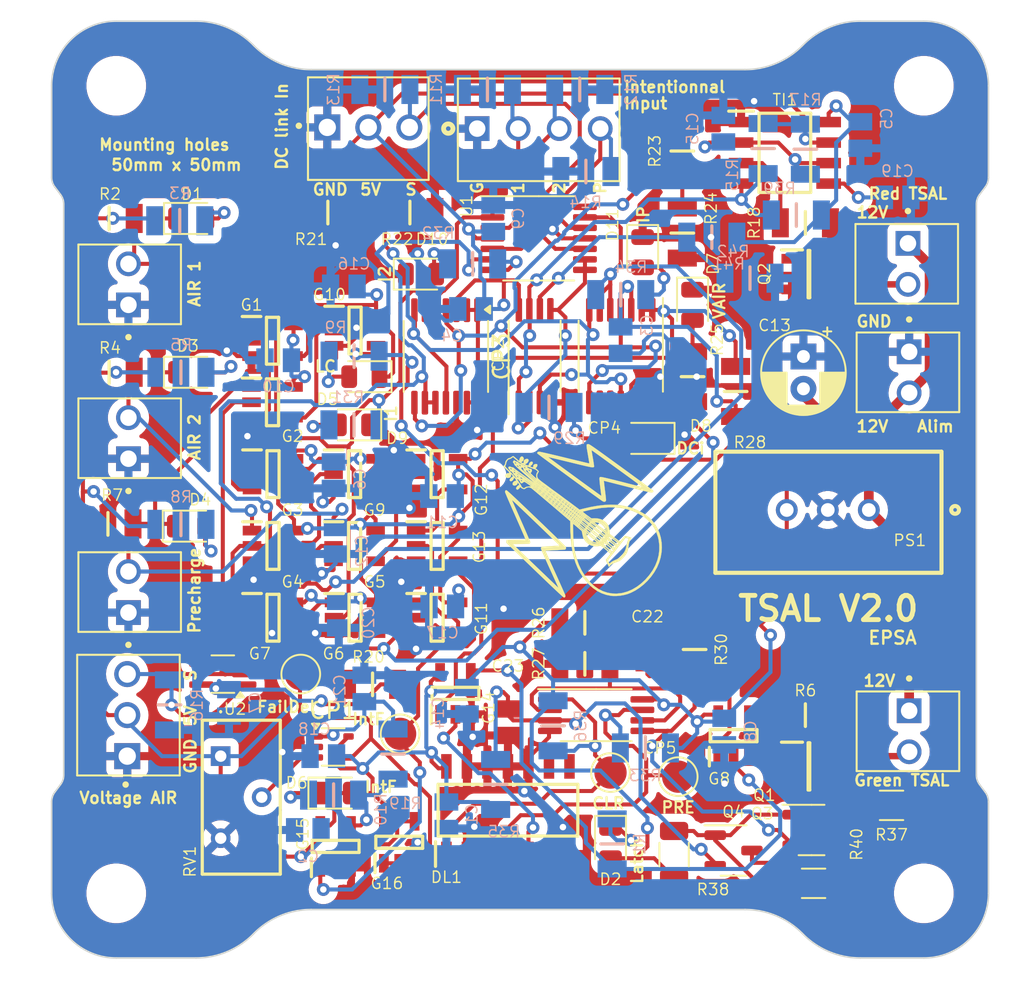
<source format=kicad_pcb>
(kicad_pcb (version 20240108) (generator "pcbnew") (generator_version "8.0")
  (title_block (title "TSAL") (date "2024-02-05") (rev "V2.0") (company "Eymeric Chauchat"))
  (layers (0 "F.Cu" signal) (31 "B.Cu" signal) (34 "B.Paste" user) (35 "F.Paste" user) (36 "B.SilkS" user "B.Silkscreen") (37 "F.SilkS" user "F.Silkscreen") (38 "B.Mask" user) (39 "F.Mask" user) (44 "Edge.Cuts" user))
  (net 0 "")
  (net 1 "+5V")
  (net 2 "Net-(D1-A)")
  (net 3 "Net-(D2-K)")
  (net 4 "Net-(D3-A)")
  (net 5 "Net-(D4-A)")
  (net 6 "Net-(D5-A)")
  (net 7 "+12V")
  (net 8 "Net-(D9-A)")
  (net 9 "Net-(D10-A)")
  (net 10 "Net-(D11-A)")
  (net 11 "GND")
  (net 12 "/Int_del")
  (net 13 "/CLR")
  (net 14 "/mid_Pot")
  (net 15 "/PRE")
  (net 16 "/SCS compliance")
  (net 17 "/DC-Link_In")
  (net 18 "/4.25V")
  (net 19 "/0.75V")
  (net 20 "/VoltageAIR")
  (net 21 "/Raw_VoltageAIR")
  (net 22 "/AIR_1")
  (net 23 "/AIR_2")
  (net 24 "/PreCharge")
  (net 25 "Net-(D6-K)")
  (net 26 "Net-(D7-A)")
  (net 27 "Net-(D8-A)")
  (net 28 "/Int_AIR_1")
  (net 29 "/Int_AIR_2")
  (net 30 "/Int_PreCharge")
  (net 31 "/Int_log")
  (net 32 "/Raw_Int_AIR_1")
  (net 33 "/Raw_Int_AIR_2")
  (net 34 "/Raw_DC-Link_In")
  (net 35 "/Raw_Int_PreCharge")
  (net 36 "Net-(TI1-THRESHOLD)")
  (net 37 "Net-(TI1-CONTROL_VOLTAGE)")
  (net 38 "/INT")
  (net 42 "Net-(G1-Pad4)")
  (net 43 "Net-(G12-Pad2)")
  (net 44 "Net-(G3-Pad4)")
  (net 45 "Net-(G4-Pad4)")
  (net 46 "Net-(G10-Pad2)")
  (net 47 "Net-(G11-Pad1)")
  (net 48 "/Lightning_cond")
  (net 49 "Net-(G8-Pad4)")
  (net 50 "Net-(G12-Pad1)")
  (net 51 "Net-(G11-Pad4)")
  (net 52 "Net-(G12-Pad4)")
  (net 53 "Net-(CP1-+)")
  (net 54 "Net-(J5-Pad2)")
  (net 55 "Net-(J9-Pad2)")
  (net 56 "Net-(Q1-Pad1)")
  (net 57 "Net-(Q2-Pad1)")
  (net 58 "Net-(TI1-DISCHARGE)")
  (net 59 "/Clign")
  (net 60 "Net-(G6-Pad1)")
  (net 61 "Net-(G15-Pad2)")
  (net 62 "Net-(G15-Pad4)")
  (net 63 "/dis2")
  (net 64 "/dis1")
  (net 65 "Net-(Q3-Pad1)")
  (net 66 "Net-(Q3-Pad3)")
  (net 67 "Net-(CP1--)")
  (net 68 "/DC-Link_In_SCS")
  (net 69 "Net-(G14-Pad4)")
  (net 70 "/2.5V")
  (footprint "LED_SMD:LED_0805_2012Metric" (layer "F.Cu") (at 118.11 48.26 180)
    (property "Reference" "D5")
    (property "Value" "LED")
  )
  (footprint "Resistor_SMD:R_1206_3216Metric" (layer "F.Cu") (at 137.287 77.851 90)
    (property "Reference" "R38")
    (property "Value" "10k")
  )
  (footprint "EPSA:SOT95P280X145-5N" (layer "F.Cu") (at 117.505 58.74)
    (property "Reference" "G5")
    (property "Value" "Gate AND SN74AHCT1G08DBVR" (hide yes))
  )
  (footprint "EPSA:RESC3216X70N" (layer "F.Cu") (at 102.31 38.465 180)
    (property "Reference" "R2")
    (property "Value" "10k" (hide yes))
  )
  (footprint "EPSA:SOIC127P600X175-8N" (layer "F.Cu") (at 144.145 34.4025)
    (property "Reference" "TI1")
    (property "Value" "Timer 555 LM555CMX_NOPB" (hide yes))
  )
  (footprint "EPSA:RESC3216X70N" (layer "F.Cu") (at 145.415 69.215)
    (property "Reference" "R6")
    (property "Value" "10k" (hide yes))
  )
  (footprint "LED_SMD:LED_0805_2012Metric" (layer "F.Cu") (at 107.39 47.99)
    (property "Reference" "D3")
    (property "Value" "LED")
  )
  (footprint "EPSA:RESC3216X70N" (layer "F.Cu") (at 137.795 34.29 90)
    (property "Reference" "R23")
    (property "Value" "82k" (hide yes))
  )
  (footprint "MountingHole:MountingHole_3.2mm_M3" (layer "F.Cu") (at 152.75 30.25)
    (property "Reference" "H1" (hide yes))
    (property "Value" "MountingHole")
  )
  (footprint "EPSA:CAPC2012X130N" (layer "F.Cu") (at 127 69.654 90)
    (property "Reference" "C23")
    (property "Value" "1u" (hide yes))
  )
  (footprint "Package_SO:TSSOP-14_4.4x5mm_P0.65mm" (layer "F.Cu") (at 133.985 46.99 -90)
    (property "Reference" "CP4")
    (property "Value" "Comparator_Quad")
  )
  (footprint "EPSA:SOT95P237X112-3N" (layer "F.Cu") (at 145.635 41.91)
    (property "Reference" "Q2")
    (property "Value" "NMOS SQ2348ES-T1_GE3" (hide yes))
  )
  (footprint "LED_SMD:LED_0805_2012Metric" (layer "F.Cu") (at 133.35 77.1375 -90)
    (property "Reference" "D2")
    (property "Value" "LED")
  )
  (footprint "EPSA:RESC3216X70N" (layer "F.Cu") (at 138.557 65.151 90)
    (property "Reference" "R30")
    (property "Value" "500k" (hide yes))
  )
  (footprint "Resistor_SMD:R_1206_3216Metric" (layer "F.Cu") (at 145.923 79.629)
    (property "Reference" "R40")
    (property "Value" "100k")
  )
  (footprint "EPSA:RESC3216X70N" (layer "F.Cu") (at 118.618 67.31)
    (property "Reference" "R20")
    (property "Value" "10k" (hide yes))
  )
  (footprint "Package_SO:TSSOP-8_4.4x3mm_P0.65mm" (layer "F.Cu") (at 132.461 69.215)
    (property "Reference" "CP5")
    (property "Value" "Comparator_Dual")
  )
  (footprint "EPSA:RESC3216X70N" (layer "F.Cu") (at 137.795 39.37 90)
    (property "Reference" "R24")
    (property "Value" "12k" (hide yes))
  )
  (footprint "LED_SMD:LED_0805_2012Metric" (layer "F.Cu") (at 117.46845 51.243969 180)
    (property "Reference" "D9")
    (property "Value" "LED")
  )
  (footprint "EPSA:MOLEX_22-11-2042" (layer "F.Cu") (at 128.905 32.90268)
    (property "Reference" "J7" (hide yes))
    (property "Value" "4P Droit 22-11-2042")
  )
  (footprint "Package_SO:TSSOP-14_4.4x5mm_P0.65mm" (layer "F.Cu") (at 123.1598 47.0087 -90)
    (property "Reference" "CP3")
    (property "Value" "Comparator_Quad")
  )
  (footprint "EPSA:SOIC127P600X175-14N" (layer "F.Cu") (at 127 75.102 90)
    (property "Reference" "DL1")
    (property "Value" "Bascule D SN74HCS72QDRQ1" (hide yes))
  )
  (footprint "EPSA:RESC3216X70N" (layer "F.Cu") (at 102.235 57.375 180)
    (property "Reference" "R7")
    (property "Value" "10k" (hide yes))
  )
  (footprint "EPSA:SOT95P280X145-5N" (layer "F.Cu") (at 112.455 54.295)
    (property "Reference" "G3")
    (property "Value" "Gate AND SN74AHCT1G08DBVR" (hide yes))
  )
  (footprint "EPSA:SOT95P280X145-5N" (layer "F.Cu") (at 122.615 58.74)
    (property "Reference" "G13")
    (property "Value" "Gate NOR SN74AHCT1G02DBVR" (hide yes))
  )
  (footprint "EPSA:MOLEX_22-11-2022" (layer "F.Cu") (at 151.84 46.72 -90)
    (property "Reference" "J6" (hide yes))
    (property "Value" "2P Droit 2-11-2022")
  )
  (footprint "EPSA:RESC3216X70N" (layer "F.Cu") (at 138.43 48.26 -90)
    (property "Reference" "R25")
    (property "Value" "500" (hide yes))
  )
  (footprint "EPSA:SOT95P237X112-3N" (layer "F.Cu") (at 145.635 72.39)
    (property "Reference" "Q1")
    (property "Value" "NMOS SQ2348ES-T1_GE3" (hide yes))
  )
  (footprint "Capacitor_THT:CP_Radial_D5.0mm_P2.00mm" (layer "F.Cu") (at 145.29512 47.012197 -90)
    (property "Reference" "C13")
    (property "Value" "C")
  )
  (footprint "EPSA:MOLEX_22-11-2022" (layer "F.Cu") (at 103.505 53.34 90)
    (property "Reference" "J2" (hide yes))
    (property "Value" "2P Droit 2-11-2022")
  )
  (footprint "Package_TO_SOT_SMD:SOT-23-3" (layer "F.Cu") (at 145.796 76.327)
    (property "Reference" "Q3")
    (property "Value" "PMOS SI2343CDS-T1-GE3")
  )
  (footprint "MountingHole:MountingHole_3.2mm_M3" (layer "F.Cu") (at 102.75 30.25)
    (property "Reference" "H2" (hide yes))
    (property "Value" "MountingHole")
  )
  (footprint "EPSA:SOT95P280X145-5N" (layer "F.Cu") (at 122.615 54.295)
    (property "Reference" "G12")
    (property "Value" "Gate OR SN74AHCT1G32DBVR" (hide yes))
  )
  (footprint "EPSA:SOT95P280X145-5N" (layer "F.Cu") (at 117.535 45.4)
    (property "Reference" "G10")
    (property "Value" "Gate AND SN74AHCT1G08DBVR" (hide yes))
  )
  (footprint "EPSA:MOLEX_22-11-2022" (layer "F.Cu") (at 151.84 68.945 -90)
    (property "Reference" "J5" (hide yes))
    (property "Value" "2P Droit 2-11-2022")
  )
  (footprint "EPSA:SOT95P280X145-5N" (layer "F.Cu") (at 112.455 58.74)
    (property "Reference" "G4")
    (property "Value" "Gate AND SN74AHCT1G08DBVR" (hide yes))
  )
  (footprint "EPSA:SOT95P280X145-5N" (layer "F.Cu") (at 117.505 54.295)
    (property "Reference" "G9")
    (property "Value" "Gate OR SN74AHCT1G32DBVR" (hide yes))
  )
  (footprint "EPSA:MOLEX_22-11-2032" (layer "F.Cu") (at 115.815 32.82768)
    (property "Reference" "J8" (hide yes))
    (property "Value" "3P Droit 22-11-2032")
  )
  (footprint "EPSA:RESC3216X70N" (layer "F.Cu") (at 120.93 38.1 180)
    (property "Reference" "R22")
    (property "Value" "82k" (hide yes))
  )
  (footprint "EPSA:SOT95P280X145-5N" (layer "F.Cu") (at 112.425 49.845)
    (property "Reference" "G2")
    (property "Value" "Gate AND SN74AHCT1G08DBVR" (hide yes))
  )
  (footprint "Package_TO_SOT_SMD:SOT-353_SC-70-5" (layer "F.Cu") (at 116.1796 71.186)
    (property "Reference" "CP1")
    (property "Value" "Comparator")
  )
  (footprint "EPSA:SOT95P280X145-5N" (layer "F.Cu") (at 123.7488 67.8688 90)
    (property "Reference" "G14")
    (property "Value" "Gate AND SN74AHCT1G08DBVR" (hide yes))
  )
  (footprint "EPSA:CAPC2012X130N" (layer "F.Cu") (at 135.636 65.151 -90)
    (property "Reference" "C22")
    (property "Value" "2.2u" (hide yes))
  )
  (footprint "EPSA:SOT95P280X145-5N" (layer "F.Cu") (at 112.425 46.035)
    (property "Reference" "G1")
    (property "Value" "Gate AND SN74AHCT1G08DBVR" (hide yes))
  )
  (footprint "EPSA:RESC3216X70N" (layer "F.Cu") (at 145.415 38.735)
    (property "Reference" "R18")
    (property "Value" "10k" (hide yes))
  )
  (footprint "EPSA:SOT95P280X145-5N" (layer "F.Cu") (at 120.269 77.089 90)
    (property "Reference" "G16")
    (property "Value" "Gate NOR SN74AHCT1G02DBVR" (hide yes))
  )
  (footprint "EPSA:RESC3216X70N" (layer "F.Cu") (at 131.7625 63.5 180)
    (property "Reference" "R26")
    (property "Value" "100k" (hide yes))
  )
  (footprint "EPSA:SOT95P280X145-5N" (layer "F.Cu") (at 112.455 63.185)
    (property "Reference" "G7")
    (property "Value" "Gate OR SN74AHCT1G32DBVR" (hide yes))
  )
  (footprint "EPSA:SOT95P280X145-5N" (layer "F.Cu") (at 122.615 63.185)
    (property "Reference" "G11")
    (property "Value" "Gate AND SN74AHCT1G08DBVR" (hide yes))
  )
  (footprint "TestPoint:TestPoint_Pad_D2.0mm" (layer "F.Cu") (at 137.541 73.025)
    (property "Reference" "TP3" (hide yes))
    (property "Value" "type=\"R\" model=\"TestPoint\" lib=\"\"")
  )
  (footprint "LED_SMD:LED_0805_2012Metric" (layer "F.Cu") (at 135.339243 40.555825 -90)
    (property "Reference" "D11")
    (property "Value" "LED")
  )
  (footprint "EPSA:MOLEX_22-11-2032" (layer "F.Cu") (at 103.43 71.755 90)
    (property "Reference" "J4" (hide yes))
    (property "Value" "3P Droit 22-11-2032")
  )
  (footprint "TestPoint:TestPoint_Pad_D2.0mm" (layer "F.Cu") (at 114.173 66.675)
    (property "Reference" "TP2" (hide yes))
    (property "Value" "type=\"R\" model=\"TestPoint\" lib=\"\"")
  )
  (footprint "EPSA:RESC3216X70N" (layer "F.Cu") (at 102.31 47.99 180)
    (property "Reference" "R4")
    (property "Value" "10k" (hide yes))
  )
  (footprint "EPSA:RESC3216X70N" (layer "F.Cu") (at 115.85 38.1 180)
    (property "Reference" "R21")
    (property "Value" "12k" (hide yes))
  )
  (footprint "MountingHole:MountingHole_3.2mm_M3" (layer "F.Cu") (at 152.75 80.25)
    (property "Reference" "H4" (hide yes))
    (property "Value" "MountingHole")
  )
  (footprint "EPSA:RESC3216X70N" (layer "F.Cu") (at 131.7625 66.04)
    (property "Reference" "R27")
    (property "Value" "50k" (hide yes))
  )
  (footprint "EPSA:MOLEX_22-11-2022" (layer "F.Cu") (at 151.765 40.005 -90)
    (property "Reference" "J9" (hide yes))
    (property "Value" "2P Droit 2-11-2022")
  )
  (footprint "LED_SMD:LED_0805_2012Metric" (layer "F.Cu") (at 121.6175 41.91)
    (property "Reference" "D10")
    (property "Value" "LED")
  )
  (footprint "LED_SMD:LED_0805_2012Metric" (layer "F.Cu") (at 107.315 57.515)
    (property "Reference" "D4")
    (property "Value" "LED")
  )
  (footprint "EPSA:TSR-2" (layer "F.Cu") (at 153.84232 60.405 180)
    (property "Reference" "PS1")
    (property "Value" "Alim HP TSR_2-2450" (hide yes))
  )
  (footprint "TestPoint:TestPoint_Pad_D2.0mm" (layer "F.Cu") (at 120.323416 70.374163)
    (property "Reference" "TP1" (hide yes))
    (property "Value" "type=\"R\" model=\"TestPoint\" lib=\"\"")
  )
  (footprint "LED_SMD:LED_0805_2012Metric" (layer "F.Cu") (at 107.39 38.465)
    (property "Reference" "D1")
    (property "Value" "LED")
  )
  (footprint "LED_SMD:LED_0805_2012Metric" (layer "F.Cu") (at 135.631134 52.080993 180)
    (property "Reference" "D8")
    (property "Value" "LED")
  )
  (footprint "Package_SO:TSSOP-14_4.4x5mm_P0.65mm" (layer "F.Cu") (at 128.905 39.697159)
    (property "Reference" "U1")
    (property "Value" "Opamp_Quad")
  )
  (footprint "EPSA:3296Y1223LF" (layer "F.Cu") (at 109.215 71.755 180)
    (property "Reference" "RV1")
    (property "Value" "Varystor 3296Y-1-223LF" (hide yes))
  )
  (footprint "Package_TO_SOT_SMD:SOT-353_SC-70-5_Handsoldering" (layer "F.Cu") (at 109.347 66.675 180)
    (property "Reference" "U2")
    (property "Value" "Opamp")
  )
  (footprint "EPSA:SOT95P280X145-5N" (layer "F.Cu") (at 140.97 70.485 90)
    (property "Reference" "G8")
    (property "Value" "Gate AND SN74AHCT1G08DBVR" (hide yes))
  )
  (footprint "EPSA:Mandolule Silk" (layer "F.Cu") (at 131.6228 57.1754)
    (property "Reference" "Ref**" (hide yes))
    (property "Value" "Val**" (hide yes))
  )
  (footprint "EPSA:SOT95P280X145-5N" (layer "F.Cu") (at 117.535 63.185)
    (property "Reference" "G6")
    (property "Value" "Gate AND SN74AHCT1G08DBVR" (hide yes))
  )
  (footprint "MountingHole:MountingHole_3.2mm_M3" (layer "F.Cu") (at 102.75 80.25)
    (property "Reference" "H3" (hide yes))
    (property "Value" "MountingHole")
  )
  (footprint "EPSA:MOLEX_22-11-2022" (layer "F.Cu") (at 103.505 43.815 90)
    (property "Reference" "J1" (hide yes))
    (property "Value" "2P Droit 2-11-2022")
  )
  (footprint "EPSA:MOLEX_22-11-2022" (layer "F.Cu") (at 103.505 62.865 90)
    (property "Reference" "J3" (hide yes))
    (property "Value" "2P Droit 2-11-2022")
  )
  (footprint "LED_SMD:LED_0805_2012Metric" (layer "F.Cu") (at 116.332 74.041)
    (property "Reference" "D6")
    (property "Value" "LED")
  )
  (footprint "EPSA:SOT95P280X145-5N" (layer "F.Cu") (at 116.332 77.343 90)
    (property "Reference" "G15")
    (property "Value" "Gate OR SN74AHCT1G32DBVR" (hide yes))
  )
  (footprint "LED_SMD:LED_0805_2012Metric" (layer "F.Cu") (at 138.43 43.815 -90)
    (property "Reference" "D7")
    (property "Value" "LED")
  )
  (footprint "Resistor_SMD:R_1206_3216Metric" (layer "F.Cu") (at 150.749 74.803 180)
    (property "Reference" "R37")
    (property "Value" "1k")
  )
  (footprint "Package_SO:TSSOP-8_4.4x3mm_P0.65mm" (layer "F.Cu") (at 128.651 46.99 90)
    (property "Reference" "CP2")
    (property "Value" "Comparator_Dual")
  )
  (footprint "EPSA:RESC3216X70N" (layer "F.Cu") (at 141.09687 49.176974 90)
    (property "Reference" "R28")
    (property "Value" "10k" (hide yes))
  )
  (footprint "Package_TO_SOT_SMD:SOT-23-3" (layer "F.Cu") (at 140.97 77.597)
    (property "Reference" "Q4")
    (property "Value" "PMOS SI2343CDS-T1-GE3")
  )
  (footprint "TestPoint:TestPoint_Pad_D2.0mm" (layer "F.Cu") (at 133.35 72.771)
    (property "Reference" "TP4" (hide yes))
    (property "Value" "type=\"R\" model=\"TestPoint\" lib=\"\"")
  )
  (footprint "EPSA:CAPC2012X130N" (layer "B.Cu") (at 151.13 37.1602 180)
    (property "Reference" "C19")
    (property "Value" "0.01u" (hide yes))
  )
  (footprint "EPSA:CAPC2012X130N" (layer "B.Cu") (at 118.11 67.564 90)
    (property "Reference" "C21")
    (property "Value" "2.2u" (hide yes))
  )
  (footprint "EPSA:RESC3216X70N" (layer "B.Cu") (at 145.415 34.1775 90)
    (property "Reference" "R17")
    (property "Value" "200k" (hide yes))
  )
  (footprint "EPSA:CAPC2012X130N" (layer "B.Cu") (at 122.936 62.484)
    (property "Reference" "C17")
    (property "Value" "10u" (hide yes))
  )
  (footprint "EPSA:RESC3216X70N" (layer "B.Cu") (at 116.205 74.168 180)
    (property "Reference" "R10")
    (property "Value" "500" (hide yes))
  )
  (footprint "EPSA:RESC3216X70N" (layer "B.Cu") (at 139.6238 39.624)
    (property "Reference" "R41")
    (property "Value" "12k" (hide yes))
  )
  (footprint "EPSA:RESC3216X70N" (layer "B.Cu") (at 141.986 42.164 180)
    (property "Reference" "R42")
    (property "Value" "12k" (hide yes))
  )
  (footprint "EPSA:RESC3216X70N" (layer "B.Cu") (at 126.238 73.5076 -90)
    (property "Reference" "R35")
    (property "Value" "500k" (hide yes))
  )
  (footprint "EPSA:CAPC2012X130N" (layer "B.Cu") (at 123.19 75.4126 90)
    (property "Reference" "C1")
    (property "Value" "10u" (hide yes))
  )
  (footprint "EPSA:CAPC2012X130N" (layer "B.Cu") (at 122.920905 55.652074)
    (property "Reference" "C11")
    (property "Value" "10u" (hide yes))
  )
  (footprint "EPSA:RESC3216X70N" (layer "B.Cu") (at 106.755 47.99 180)
    (property "Reference" "R5")
    (property "Value" "500" (hide yes))
  )
  (footprint "EPSA:CAPC2012X130N" (layer "B.Cu") (at 109.728 68.45765 90)
    (property "Reference" "C7")
    (property "Value" "10u" (hide yes))
  )
  (footprint "EPSA:RESC3216X70N" (layer "B.Cu") (at 133.985 43.18 180)
    (property "Reference" "R34")
    (property "Value" "500" (hide yes))
  )
  (footprint "EPSA:CAPC2012X130N" (layer "B.Cu") (at 124.46 68.326 90)
    (property "Reference" "C14")
    (property "Value" "10u" (hide yes))
  )
  (footprint "EPSA:CAPC2012X130N" (layer "B.Cu") (at 148.8186 33.2994 90)
    (property "Reference" "C5")
    (property "Value" "10u" (hide yes))
  )
  (footprint "EPSA:RESC3216X70N" (layer "B.Cu") (at 124.815 41.275)
    (property "Reference" "R32")
    (property "Value" "500" (hide yes))
  )
  (footprint "EPSA:RESC3216X70N" (layer "B.Cu") (at 135.509 71.247)
    (property "Reference" "R33")
    (property "Value" "5k" (hide yes))
  )
  (footprint "EPSA:CAPC2012X130N" (layer "B.Cu") (at 115.57 71.755)
    (property "Reference" "C18")
    (property "Value" "10u" (hide yes))
  )
  (footprint "EPSA:RESC3216X70N" (layer "B.Cu") (at 125.73 30.48)
    (property "Reference" "R11")
    (property "Value" "500k" (hide yes))
  )
  (footprint "EPSA:RESC3216X70N" (layer "B.Cu") (at 131.826 35.56)
    (property "Reference" "R14")
    (property "Value" "500k" (hide yes))
  )
  (footprint "EPSA:CAPC2012X130N" (layer "B.Cu") (at 133.975279 45.998306 90)
    (property "Reference" "C3")
    (property "Value" "10u" (hide yes))
  )
  (footprint "EPSA:RESC3216X70N" (layer "B.Cu") (at 106.045 68.58 90)
    (property "Reference" "R16")
    (property "Value" "500k" (hide yes))
  )
  (footprint "EPSA:CAPC2012X130N" (layer "B.Cu") (at 116.528 62.992 90)
    (property "Reference" "C20")
    (property "Value" "10u" (hide yes))
  )
  (footprint "EPSA:CAPC2012X130N" (layer "B.Cu") (at 114.612 76.327)
    (property "Reference" "C2")
    (property "Value" "10u" (hide yes))
  )
  (footprint "EPSA:CAPC2012X130N" (layer "B.Cu") (at 116.84 42.672)
    (property "Reference" "C16")
    (property "Value" "10u" (hide yes))
  )
  (footprint "EPSA:RESC3216X70N" (layer "B.Cu") (at 119.888 71.628 90)
    (property "Reference" "R19")
    (property "Value" "390k" (hide yes))
  )
  (footprint "EPSA:RESC3216X70N" (layer "B.Cu") (at 131.445 30.48 180)
    (property "Reference" "R12")
    (property "Value" "500k" (hide yes))
  )
  (footprint "EPSA:CAPC2012X130N" (layer "B.Cu") (at 124.714 44.069)
    (property "Reference" "C4")
    (property "Value" "10u" (hide yes))
  )
  (footprint "EPSA:RESC3216X70N" (layer "B.Cu") (at 129.54 50.165 180)
    (property "Reference" "R29")
    (property "Value" "500" (hide yes))
  )
  (footprint "EPSA:RESC3216X70N" (layer "B.Cu") (at 142.7988 34.1376 -90)
    (property "Reference" "R15")
    (property "Value" "2k" (hide yes))
  )
  (footprint "EPSA:CAPC2012X130N" (layer "B.Cu") (at 140.393322 70.23206 90)
    (property "Reference" "C8")
    (property "Value" "10u" (hide yes))
  )
  (footprint "EPSA:CAPC2012X130N" (layer "B.Cu") (at 140.335 32.9075 -90)
    (property "Reference" "C15")
    (property "Value" "1u" (hide yes))
  )
  (footprint "EPSA:CAPC2012X130N" (layer "B.Cu") (at 126.091553 38.45438 -90)
    (property "Reference" "C9")
    (property "Value" "10u" (hide yes))
  )
  (footprint "EPSA:RESC3216X70N" (layer "B.Cu") (at 129.794 69.8754 90)
    (property "Reference" "R36")
    (property "Value" "5k" (hide yes))
  )
  (footprint "EPSA:CAPC2012X130N" (layer "B.Cu") (at 116.332 58.42 90)
    (property "Reference" "C12")
    (property "Value" "10u" (hide yes))
  )
  (footprint "EPSA:CAPC2012X130N" (layer "B.Cu") (at 116.205 54.356 90)
    (property "Reference" "C6")
    (property "Value" "10u" (hide yes))
  )
  (footprint "EPSA:RESC3216X70N" (layer "B.Cu") (at 117.475 46.99 180)
    (property "Reference" "R9")
    (property "Value" "500" (hide yes))
  )
  (footprint "EPSA:RESC3216X70N" (layer "B.Cu") (at 106.755 57.404 180)
    (property "Reference" "R8")
    (property "Value" "500" (hide yes))
  )
  (footprint "EPSA:RESC3216X70N" (layer "B.Cu") (at 119.38 30.48)
    (property "Reference" "R13")
    (property "Value" "500k" (hide yes))
  )
  (footprint "EPSA:RESC3216X70N" (layer "B.Cu") (at 144.8562 38.2524 180)
    (property "Reference" "R39")
    (property "Value" "10k" (hide yes))
  )
  (footprint "EPSA:RESC3216X70N" (layer "B.Cu") (at 117.46845 51.243969)
    (property "Reference" "R31")
    (property "Value" "500" (hide yes))
  )
  (footprint "EPSA:RESC3216X70N" (layer "B.Cu") (at 106.68 38.608 180)
    (property "Reference" "R3")
    (property "Value" "500" (hide yes))
  )
  (footprint "EPSA:CAPC2012X130N" (layer "B.Cu") (at 112.776 47.244)
    (property "Reference" "C10")
    (property "Value" "10u" (hide yes))
  )
  (footprint "EPSA:RESC3216X70N" (layer "B.Cu") (at 133.4516 77.1906 90)
    (property "Reference" "R1")
    (property "Value" "500" (hide yes))
  )
  (gr_arc (start 98.75 74.583333) (mid 98.801317 74.267105) (end 98.95 73.983333) (stroke (width 0.1)) (layer "Edge.Cuts"))
  (gr_arc (start 107.678932 26.25) (mid 109.592342 26.630613) (end 111.214466 27.714466) (stroke (width 0.1)) (layer "Edge.Cuts"))
  (gr_line (start 145.214466 27.785534) (end 145.285534 27.714466) (stroke (width 0.1)) (layer "Edge.Cuts"))
  (gr_arc (start 148.821068 84.25) (mid 146.907651 83.869398) (end 145.285534 82.785534) (stroke (width 0.1)) (layer "Edge.Cuts"))
  (gr_line (start 156.55 36.516667) (end 156.2 36.983333) (stroke (width 0.1)) (layer "Edge.Cuts"))
  (gr_arc (start 114.821068 29.25) (mid 112.907658 28.869387) (end 111.285534 27.785534) (stroke (width 0.1)) (layer "Edge.Cuts"))
  (gr_line (start 99.3 36.983333) (end 98.95 36.516667) (stroke (width 0.1)) (layer "Edge.Cuts"))
  (gr_line (start 98.75 80.25) (end 98.75 74.583333) (stroke (width 0.1)) (layer "Edge.Cuts"))
  (gr_line (start 156.2 73.516667) (end 156.55 73.983333) (stroke (width 0.1)) (layer "Edge.Cuts"))
  (gr_line (start 107.678932 84.25) (end 102.75 84.25) (stroke (width 0.1)) (layer "Edge.Cuts"))
  (gr_arc (start 102.75 84.25) (mid 99.921573 83.078427) (end 98.75 80.25) (stroke (width 0.1)) (layer "Edge.Cuts"))
  (gr_line (start 98.95 73.983333) (end 99.3 73.516667) (stroke (width 0.1)) (layer "Edge.Cuts"))
  (gr_line (start 111.214466 27.714466) (end 111.285534 27.785534) (stroke (width 0.1)) (layer "Edge.Cuts"))
  (gr_arc (start 156 37.583333) (mid 156.051307 37.2671) (end 156.2 36.983333) (stroke (width 0.1)) (layer "Edge.Cuts"))
  (gr_line (start 102.75 26.25) (end 107.678932 26.25) (stroke (width 0.1)) (layer "Edge.Cuts"))
  (gr_arc (start 156.75 80.25) (mid 155.578427 83.078427) (end 152.75 84.25) (stroke (width 0.1)) (layer "Edge.Cuts"))
  (gr_line (start 145.285534 82.785534) (end 145.214466 82.714466) (stroke (width 0.1)) (layer "Edge.Cuts"))
  (gr_line (start 114.821068 29.25) (end 141.678932 29.25) (stroke (width 0.1)) (layer "Edge.Cuts"))
  (gr_arc (start 156.2 73.516667) (mid 156.051326 73.232893) (end 156 72.916667) (stroke (width 0.1)) (layer "Edge.Cuts"))
  (gr_line (start 156 37.583333) (end 156 72.916667) (stroke (width 0.1)) (layer "Edge.Cuts"))
  (gr_line (start 99.5 72.916667) (end 99.5 37.583333) (stroke (width 0.1)) (layer "Edge.Cuts"))
  (gr_line (start 111.285534 82.714466) (end 111.214466 82.785534) (stroke (width 0.1)) (layer "Edge.Cuts"))
  (gr_arc (start 156.75 35.916667) (mid 156.698683 36.232895) (end 156.55 36.516667) (stroke (width 0.1)) (layer "Edge.Cuts"))
  (gr_line (start 98.75 35.916667) (end 98.75 30.25) (stroke (width 0.1)) (layer "Edge.Cuts"))
  (gr_line (start 156.75 74.583333) (end 156.75 80.25) (stroke (width 0.1)) (layer "Edge.Cuts"))
  (gr_line (start 148.821068 26.25) (end 152.75 26.25) (stroke (width 0.1)) (layer "Edge.Cuts"))
  (gr_arc (start 98.95 36.516667) (mid 98.801317 36.232895) (end 98.75 35.916667) (stroke (width 0.1)) (layer "Edge.Cuts"))
  (gr_line (start 156.75 30.25) (end 156.75 35.916667) (stroke (width 0.1)) (layer "Edge.Cuts"))
  (gr_line (start 152.75 84.25) (end 148.821068 84.25) (stroke (width 0.1)) (layer "Edge.Cuts"))
  (gr_arc (start 111.214466 82.785534) (mid 109.592351 83.869408) (end 107.678932 84.25) (stroke (width 0.1)) (layer "Edge.Cuts"))
  (gr_arc (start 145.214466 27.785534) (mid 143.592351 28.869408) (end 141.678932 29.25) (stroke (width 0.1)) (layer "Edge.Cuts"))
  (gr_arc (start 156.55 73.983333) (mid 156.698683 74.267105) (end 156.75 74.583333) (stroke (width 0.1)) (layer "Edge.Cuts"))
  (gr_arc (start 141.678932 81.25) (mid 143.592342 81.630613) (end 145.214466 82.714466) (stroke (width 0.1)) (layer "Edge.Cuts"))
  (gr_arc (start 111.285534 82.714466) (mid 112.907649 81.630592) (end 114.821068 81.25) (stroke (width 0.1)) (layer "Edge.Cuts"))
  (gr_line (start 141.678932 81.25) (end 114.821068 81.25) (stroke (width 0.1)) (layer "Edge.Cuts"))
  (gr_arc (start 152.75 26.25) (mid 155.578427 27.421573) (end 156.75 30.25) (stroke (width 0.1)) (layer "Edge.Cuts"))
  (gr_arc (start 99.5 72.916667) (mid 99.448683 73.232895) (end 99.3 73.516667) (stroke (width 0.1)) (layer "Edge.Cuts"))
  (gr_arc (start 145.285534 27.714466) (mid 146.907649 26.630592) (end 148.821068 26.25) (stroke (width 0.1)) (layer "Edge.Cuts"))
  (gr_arc (start 99.3 36.983333) (mid 99.448683 37.267105) (end 99.5 37.583333) (stroke (width 0.1)) (layer "Edge.Cuts"))
  (gr_arc (start 98.75 30.25) (mid 99.921573 27.421573) (end 102.75 26.25) (stroke (width 0.1)) (layer "Edge.Cuts"))
  (gr_text "EPSA" (at 149.225 64.897 0) (layer "F.SilkS") (effects (font (size 0.8 0.8)) (justify left bottom)))
  (gr_text "DCi" (at 138.303 52.705 0) (layer "F.SilkS") (effects (font (size 0.7 0.7) (thickness 0.14) (bold yes))))
  (gr_text "Alim" (at 152.25 51.75 0) (layer "F.SilkS") (effects (font (size 0.7 0.7)) (justify left bottom)))
  (gr_text "AIR 2" (at 108 52 90) (layer "F.SilkS") (effects (font (size 0.7 0.7)) (justify bottom)))
  (gr_text "GND" (at 107.75 71.75 90) (layer "F.SilkS") (effects (font (size 0.7 0.7)) (justify bottom)))
  (gr_text "Voltage AIR" (at 103.5 74.75 0) (layer "F.SilkS") (effects (font (size 0.7 0.7)) (justify bottom)))
  (gr_text "I2" (at 119.38 41.91 90) (layer "F.SilkS") (effects (font (size 0.7 0.7) (thickness 0.14) (bold yes))))
  (gr_text "DC link In" (at 113.411 32.766 90) (layer "F.SilkS") (effects (font (size 0.7 0.7)) (justify bottom)))
  (gr_text "5V" (at 107.75 69.25 90) (layer "F.SilkS") (effects (font (size 0.7 0.7)) (justify bottom)))
  (gr_text "G" (at 125.095 36.576 90) (layer "F.SilkS") (effects (font (size 0.7 0.7))))
  (gr_text "P" (at 132.715 36.576 90) (layer "F.SilkS") (effects (font (size 0.7 0.7))))
  (gr_text "S" (at 121 37.084 0) (layer "F.SilkS") (effects (font (size 0.7 0.7)) (justify bottom)))
  (gr_text "IntF" (at 118.364 69.469 0) (layer "F.SilkS") (effects (font (size 0.7 0.7) (thickness 0.14) (bold yes))))
  (gr_text "I1" (at 119.761 50.546 90) (layer "F.SilkS") (effects (font (size 0.7 0.7) (thickness 0.14) (bold yes))))
  (gr_text "5V" (at 118.5 37.084 0) (layer "F.SilkS") (effects (font (size 0.7 0.7)) (justify bottom)))
  (gr_text "Mounting holes" (at 101.612 34.31 0) (layer "F.SilkS") (effects (font (size 0.7 0.7)) (justify left bottom)))
  (gr_text "2" (at 130.175 36.576 90) (layer "F.SilkS") (effects (font (size 0.7 0.7))))
  (gr_text "Red TSAL" (at 151.765 37.338 0) (layer "F.SilkS") (effects (font (size 0.7 0.7)) (justify bottom)))
  (gr_text "GND" (at 148.5 45.25 0) (layer "F.SilkS") (effects (font (size 0.7 0.7)) (justify left bottom)))
  (gr_text "VAIR" (at 140.081 43.561 90) (layer "F.SilkS") (effects (font (size 0.7 0.7) (thickness 0.14) (bold yes))))
  (gr_text "GND" (at 116 37.084 0) (layer "F.SilkS") (effects (font (size 0.7 0.7)) (justify bottom)))
  (gr_text "12V" (at 148.5 38.5 0) (layer "F.SilkS") (effects (font (size 0.7 0.7)) (justify left bottom)))
  (gr_text "Green TSAL" (at 151.384 73.66 0) (layer "F.SilkS") (effects (font (size 0.7 0.7)) (justify bottom)))
  (gr_text "TSAL V2.0" (at 141.097 63.5 0) (layer "F.SilkS") (effects (font (size 1.5 1.5) (thickness 0.3) (bold yes)) (justify left bottom)))
  (gr_text "12V" (at 150 67.5 0) (layer "F.SilkS") (effects (font (size 0.7 0.7)) (justify bottom)))
  (gr_text "12V" (at 148.5 51.75 0) (layer "F.SilkS") (effects (font (size 0.7 0.7)) (justify left bottom)))
  (gr_text "FailDel" (at 113.284 68.707 0) (layer "F.SilkS") (effects (font (size 0.7 0.7) (thickness 0.14) (bold yes))))
  (gr_text "Input" (at 134.112 31.75 0) (layer "F.SilkS") (effects (font (size 0.7 0.7)) (justify left bottom)))
  (gr_text "Precharge\n" (at 108 61.5 90) (layer "F.SilkS") (effects (font (size 0.7 0.7)) (justify bottom)))
  (gr_text "Intentionnal" (at 134.112 30.734 0) (layer "F.SilkS") (effects (font (size 0.7 0.7)) (justify left bottom)))
  (gr_text "LC" (at 115.697 47.625 0) (layer "F.SilkS") (effects (font (size 0.7 0.7) (thickness 0.14) (bold yes))))
  (gr_text "CLR" (at 133.223 74.676 0) (layer "F.SilkS") (effects (font (size 0.7 0.7) (thickness 0.14) (bold yes))))
  (gr_text "IntF" (at 119.126 73.66 0) (layer "F.SilkS") (effects (font (size 0.7 0.7) (thickness 0.14) (bold yes))))
  (gr_text "1" (at 127.635 36.576 90) (layer "F.SilkS") (effects (font (size 0.7 0.7))))
  (gr_text "Latch" (at 135.001 78.232 90) (layer "F.SilkS") (effects (font (size 0.7 0.7) (thickness 0.14) (bold yes))))
  (gr_text "IP" (at 135.382 38.227 90) (layer "F.SilkS") (effects (font (size 0.7 0.7) (thickness 0.14) (bold yes))))
  (gr_text "PRE" (at 137.541 74.93 0) (layer "F.SilkS") (effects (font (size 0.7 0.7) (thickness 0.14) (bold yes))))
  (gr_text "AIR 1" (at 108 42.5 90) (layer "F.SilkS") (effects (font (size 0.7 0.7)) (justify bottom)))
  (gr_text "50mm x 50mm " (at 102.362 35.56 0) (layer "F.SilkS") (effects (font (size 0.7 0.7)) (justify left bottom)))
  (gr_text "S" (at 107.75 66.75 90) (layer "F.SilkS") (effects (font (size 0.7 0.7)) (justify bottom)))
  (segment (start 114.3 38.1) (end 114.3 36.88268) (width 0.25) (layer "F.Cu") (net 1))
  (segment (start 113.755 52.996) (end 113.755 53.345) (width 0.25) (layer "F.Cu") (net 1))
  (segment (start 146.856 32.4975) (end 145.6545 32.4975) (width 0.25) (layer "F.Cu") (net 1))
  (segment (start 122.809 59.436) (end 122.809 61.976) (width 0.25) (layer "F.Cu") (net 1))
  (segment (start 143.256 64.262) (end 142.595 63.601) (width 0.25) (layer "F.Cu") (net 1))
  (segment (start 117.905 60.755) (end 118.835 61.685) (width 0.25) (layer "F.Cu") (net 1))
  (segment (start 123.915 56.933) (end 123.952 56.896) (width 0.25) (layer "F.Cu") (net 1))
  (segment (start 122.2248 67.7418) (end 122.2248 67.1428) (width 0.25) (layer "F.Cu") (net 1))
  (segment (start 100.685 67.665) (end 100.685 57.375) (width 0.25) (layer "F.Cu") (net 1))
  (segment (start 116.459 74.041) (end 117.2695 74.041) (width 0.25) (layer "F.Cu") (net 1))
  (segment (start 139.147202 69.185) (end 138.715321 69.616881) (width 0.25) (layer "F.Cu") (net 1))
  (segment (start 102.710914 48.014584) (end 100.784584 48.014584) (width 0.25) (layer "F.Cu") (net 1))
  (segment (start 112.776 56.134) (end 112.776 54.8005) (width 0.25) (layer "F.Cu") (net 1))
  (segment (start 135.2675 68.24) (end 136.312 68.24) (width 0.25) (layer "F.Cu") (net 1))
  (segment (start 124.412498 54.308498) (end 124.815 54.711) (width 0.25) (layer "F.Cu") (net 1))
  (segment (start 141.09687 50.726974) (end 141.09687 52.19687) (width 0.25) (layer "F.Cu") (net 1))
  (segment (start 124.815 54.711) (end 124.815 56.033) (width 0.25) (layer "F.Cu") (net 1))
  (segment (start 128.979991 51.744786) (end 130.635225 53.40002) (width 0.25) (layer "F.Cu") (net 1))
  (segment (start 118.1185 62.235) (end 117.8595 61.976) (width 0.25) (layer "F.Cu") (net 1))
  (segment (start 136.0485 78.075) (end 134.904 78.075) (width 0.25) (layer "F.Cu") (net 1))
  (segment (start 108.6762 67.325) (end 108.9152 67.564) (width 0.25) (layer "F.Cu") (net 1))
  (segment (start 115.981 76.043) (end 116.251084 75.772916) (width 0.25) (layer "F.Cu") (net 1))
  (segment (start 135.636 77.343) (end 135.636 76.2) (width 0.25) (layer "F.Cu") (net 1))
  (segment (start 136.245 32.74) (end 134.239 30.734) (width 0.25) (layer "F.Cu") (net 1))
  (segment (start 117.8645 53.345) (end 117.8595 53.34) (width 0.25) (layer "F.Cu") (net 1))
  (segment (start 140.843 49.784) (end 141.09687 50.03787) (width 0.25) (layer "F.Cu") (net 1))
  (segment (start 123.915 54.308498) (end 124.412498 54.308498) (width 0.25) (layer "F.Cu") (net 1))
  (segment (start 116.6368 72.517) (end 118.0084 72.517) (width 0.25) (layer "F.Cu") (net 1))
  (segment (start 134.904 78.075) (end 135.636 77.343) (width 0.25) (layer "F.Cu") (net 1))
  (segment (start 117.905 56.183) (end 118.805 57.083) (width 0.25) (layer "F.Cu") (net 1))
  (segment (start 125.041159 39.697159) (end 126.0425 39.697159) (width 0.25) (layer "F.Cu") (net 1))
  (segment (start 143.637 30.48) (end 138.811 30.48) (width 0.25) (layer "F.Cu") (net 1))
  (segment (start 123.915 53.345) (end 123.915 54.308498) (width 0.25) (layer "F.Cu") (net 1))
  (segment (start 138.811 30.48) (end 137.795 31.496) (width 0.25) (layer "F.Cu") (net 1))
  (segment (start 117.905 59.133) (end 117.905 60.755) (width 0.25) (layer "F.Cu") (net 1))
  (segment (start 124.5645 39.121659) (end 124.5645 39.2205) (width 0.25) (layer "F.Cu") (net 1))
  (segment (start 117.8595 57.396436) (end 118.488968 56.766968) (width 0.25) (layer "F.Cu") (net 1))
  (segment (start 113.725 44.644) (end 113.725 45.085) (width 0.25) (layer "F.Cu") (net 1))
  (segment (start 115.652 68.535) (end 117.901 68.535) (width 0.25) (layer "F.Cu") (net 1))
  (segment (start 134.635 42.896502) (end 134.635 44.1275) (width 0.25) (layer "F.Cu") (net 1))
  (segment (start 134.410498 42.672) (end 134.635 42.896502) (width 0.25) (layer "F.Cu") (net 1))
  (segment (start 114.173 77.978) (end 115.382 76.769) (width 0.25) (layer "F.Cu") (net 1))
  (segment (start 123.915 53.345) (end 124.6715 53.345) (width 0.25) (layer "F.Cu") (net 1))
  (segment (start 113.725 45.960402) (end 113.695952 45.98945) (width 0.25) (layer "F.Cu") (net 1))
  (segment (start 114.3 38.1) (end 114.3 43.581) (width 0.25) (layer "F.Cu") (net 1))
  (segment (start 123.915 58.33) (end 122.809 59.436) (width 0.25) (layer "F.Cu") (net 1))
  (segment (start 122.809 61.976) (end 123.068 62.235) (width 0.25) (layer "F.Cu") (net 1))
  (segment (start 133.35 78.075) (end 134.904 78.075) (width 0.25) (layer "F.Cu") (net 1))
  (segment (start 113.725 48.454) (end 113.725 48.895) (width 0.25) (layer "F.Cu") (net 1))
  (segment (start 114.808 52.832) (end 113.919 52.832) (width 0.25) (layer "F.Cu") (net 1))
  (segment (start 118.805 53.345) (end 118.805 53.788) (width 0.25) (layer "F.Cu") (net 1))
  (segment (start 114.3 43.581) (end 114.544 43.825) (width 0.25) (layer "F.Cu") (net 1))
  (segment (start 115.382 76.043) (end 115.981 76.043) (width 0.25) (layer "F.Cu") (net 1))
  (segment (start 114.822336 61.798065) (end 114.385401 62.235) (width 0.25) (layer "F.Cu") (net 1))
  (segment (start 123.915 54.308498) (end 123.952 54.345498) (width 0.25) (layer "F.Cu") (net 1))
  (segment (start 123.84 43.419) (end 123.84 44.1275) (width 0.25) (layer "F.Cu") (net 1))
  (segment (start 124.5645 39.2205) (end 125.041159 39.697159) (width 0.25) (layer "F.Cu") (net 1))
  (segment (start 130.635225 53.40002) (end 139.89372 53.40002) (width 0.25) (layer "F.Cu") (net 1))
  (segment (start 114.4105 48.26) (end 113.919 48.26) (width 0.25) (layer "F.Cu") (net 1))
  (segment (start 144.26232 61.98568) (end 142.647 63.601) (width 0.25) (layer "F.Cu") (net 1))
  (segment (start 114.581 57.652837) (end 114.443837 57.79) (width 0.25) (layer "F.Cu") (net 1))
  (segment (start 126.746 42.427305) (end 126.873 42.300305) (width 0.25) (layer "F.Cu") (net 1))
  (segment (start 113.755 53.8215) (end 113.755 53.345) (width 0.25) (layer "F.Cu") (net 1))
  (segment (start 124.6715 53.345) (end 124.968 53.0485) (width 0.25) (layer "F.Cu") (net 1))
  (segment (start 118.835 44.45) (end 118.835 43.825) (width 0.25) (layer "F.Cu") (net 1))
  (segment (start 127.676 44.1275) (end 127.676 42.595305) (width 0.25) (layer "F.Cu") (net 1))
  (segment (start 139.929502 49.784) (end 140.843 49.784) (width 0.25) (layer "F.Cu") (net 1))
  (segment (start 123.915 62.235) (end 123.915 61.505) (width 0.25) (layer "F.Cu") (net 1))
  (segment (start 123.915 57.79) (end 123.915 56.933) (width 0.25) (layer "F.Cu") (net 1))
  (segment (start 118.0084 72.517) (end 118.618 73.1266) (width 0.25) (layer "F.Cu") (net 1))
  (segment (start 118.872 43.18) (end 118.835 43.217) (width 0.25) (layer "F.Cu") (net 1))
  (segment (start 146.856 31.96) (end 147.32 31.496) (width 0.25) (layer "F.Cu") (net 1))
  (segment (start 116.3066 72.1868) (end 116.6368 72.517) (width 0.25) (layer "F.Cu") (net 1))
  (segment (start 116.251084 74.248916) (end 116.459 74.041) (width 0.25) (layer "F.Cu") (net 1))
  (segment (start 102.735498 47.99) (end 102.710914 48.014584) (width 0.25) (layer "F.Cu") (net 1))
  (segment (start 100.76 38.465) (end 100.76 47.99) (width 0.25) (layer "F.Cu") (net 1))
  (segment (start 111.506 37.084) (end 102.141 37.084) (width 0.25) (layer "F.Cu") (net 1))
  (segment (start 117.905 54.688) (end 117.905 56.183) (width 0.25) (layer "F.Cu") (net 1))
  (segment (start 122.2248 67.1428) (end 122.7988 66.5688) (width 0.25) (layer "F.Cu") (net 1))
  (segment (start 100.685 48.065) (end 100.685 57.375) (width 0.25) (layer "F.Cu") (net 1))
  (segment (start 119.319 75.789) (end 119.319 74.742) (width 0.25) (layer "F.Cu") (net 1))
  (segment (start 120.44868 30.734) (end 118.355 32.82768) (width 0.25) (layer "F.Cu") (net 1))
  (segment (start 124.815 56.033) (end 123.915 56.933) (width 0.25) (layer "F.Cu") (net 1))
  (segment (start 102.235 69.215) (end 100.685 67.665) (width 0.25) (layer "F.Cu") (net 1))
  (segment (start 127.381 42.300305) (end 126.873 42.300305) (width 0.25) (layer "F.Cu") (net 1))
  (segment (start 112.522 38.1) (end 111.506 37.084) (width 0.25) (layer "F.Cu") (net 1))
  (segment (start 127.676 42.595305) (end 127.381 42.300305) (width 0.25) (layer "F.Cu") (net 1))
  (segment (start 114.3 36.88268) (end 118.355 32.82768) (width 0.25) (layer "F.Cu") (net 1))
  (segment (start 114.3 38.1) (end 112.522 38.1) (width 0.25) (layer "F.Cu") (net 1))
  (segment (start 115.382 76.769) (end 115.382 76.043) (width 0.25) (layer "F.Cu") (net 1))
  (segment (start 100.685 55.372) (end 100.685 57.375) (width 0.25) (layer "F.Cu") (net 1))
  (segment (start 123.068 62.235) (end 123.915 62.235) (width 0.25) (layer "F.Cu") (net 1))
  (segment (start 102.141 37.084) (end 100.76 38.465) (width 0.25) (layer "F.Cu") (net 1))
  (segment (start 140.02 69.185) (end 139.147202 69.185) (width 0.25) (layer "F.Cu") (net 1))
  (segment (start 113.284 77.978) (end 114.173 77.978) (width 0.25) (layer "F.Cu") (net 1))
  (segment (start 118.835 43.217) (end 118.835 44.45) (width 0.25) (layer "F.Cu") (net 1))
  (segment (start 123.915 57.79) (end 123.915 58.33) (width 0.25) (layer "F.Cu") (net 1))
  (segment (start 109.215 73.909) (end 113.284 77.978) (width 0.25) (layer "F.Cu") (net 1))
  (segment (start 137.795 32.74) (end 136.245 32.74) (width 0.25) (layer "F.Cu") (net 1))
  (segment (start 122.268299 71.5264) (end 122.268299 72.081419) (width 0.25) (layer "F.Cu") (net 1))
  (segment (start 144.26232 53.83832) (end 144.26232 61.98568) (width 0.25) (layer "F.Cu") (net 1))
  (segment (start 118.805 53.345) (end 117.8645 53.345) (width 0.25) (layer "F.Cu") (net 1))
  (segment (start 142.62087 52.19687) (end 144.26232 53.83832) (width 0.25) (layer "F.Cu") (net 1))
  (segment (start 112.776 54.8005) (end 113.755 53.8215) (width 0.25) (layer "F.Cu") (net 1))
  (segment (start 114.443837 57.79) (end 113.755 57.79) (width 0.25) (layer "F.Cu") (net 1))
  (segment (start 113.725 45.085) (end 113.725 45.960402) (width 0.25) (layer "F.Cu") (net 1))
  (segment (start 114.385401 62.235) (end 113.755 62.235) (width 0.25) (layer "F.Cu") (net 1))
  (segment (start 118.805 58.233) (end 117.905 59.133) (width 0.25) (layer "F.Cu") (net 1))
  (segment (start 142.595 63.601) (end 138.557 63.601) (width 0.25) (layer "F.Cu") (net 1))
  (segment (start 127.7366 64.9986) (end 127.7366 64.932952) (width 0.25) (layer "F.Cu") (net 1))
  (segment (start 108.017 67.325) (end 108.6762 67.325) (width 0.25) (layer "F.Cu") (net 1))
  (segment (start 119.319 74.742) (end 118.618 74.041) (width 0.25) (layer "F.Cu") (net 1))
  (segment (start 116.251084 75.772916) (end 116.251084 74.248916) (width 0.25) (layer "F.Cu") (net 1))
  (segment (start 145.6545 32.4975) (end 143.637 30.48) (width 0.25) (layer "F.Cu") (net 1))
  (segment (start 118.805 57.083) (end 118.805 57.79) (width 0.25) (layer "F.Cu") (net 1))
  (segment (start 141.09687 52.19687) (end 142.62087 52.19687) (width 0.25) (layer "F.Cu") (net 1))
  (segment (start 103.04 69.215) (end 102.235 69.215) (width 0.25) (layer "F.Cu") (net 1))
  (segment (start 118.488968 56.766968) (end 118.805 57.083) (width 0.25) (layer "F.Cu") (net 1))
  (segment (start 114.544 43.825) (end 113.725 44.644) (width 0.25) (layer "F.Cu") (net 1))
  (segment (start 118.805 57.79) (end 118.805 58.233) (width 0.25) (layer "F.Cu") (net 1))
  (segment (start 118.835 43.825) (end 114.544 43.825) (width 0.25) (layer "F.Cu") (net 1))
  (segment (start 137.795 31.496) (end 137.795 32.74) (width 0.25) (layer "F.Cu") (net 1))
  (segment (start 123.915 61.505) (end 123.952 61.468) (width 0.25) (layer "F.Cu") (net 1))
  (segment (start 127.7366 64.932952) (end 129.169552 63.5) (width 0.25) (layer "F.Cu") (net 1))
  (segment (start 113.755 57.113) (end 112.776 56.134) (width 0.25) (layer "F.Cu") (net 1))
  (segment (start 118.835 62.235) (end 118.1185 62.235) (width 0.25) (layer "F.Cu") (net 1))
  (segment (start 101.346 55.372) (end 100.685 55.372) (width 0.25) (layer "F.Cu") (net 1))
  (segment (start 118.618 73.1266) (end 118.618 74.041) (width 0.25) (layer "F.Cu") (net 1))
  (segment (start 118.805 53.788) (end 117.905 54.688) (width 0.25) (layer "F.Cu") (net 1))
  (segment (start 113.919 52.832) (end 113.755 52.996) (width 0.25) (layer "F.Cu") (net 1))
  (segment (start 102.5371 38.456953) (end 100.768047 38.456953) (width 0.25) (layer "F.Cu") (net 1))
  (segment (start 117.901 68.535) (end 119.126 67.31) (width 0.25) (layer "F.Cu") (net 1))
  (segment (start 134.239 30.734) (end 120.44868 30.734) (width 0.25) (layer "F.Cu") (net 1))
  (segment (start 129.169552 63.5) (end 130.2125 63.5) (width 0.25) (layer "F.Cu") (net 1))
  (segment (start 118.835 61.685) (end 118.835 62.235) (width 0.25) (layer "F.Cu") (net 1))
  (segment (start 146.856 32.4975) (end 146.856 31.96) (width 0.25) (layer "F.Cu") (net 1))
  (segment (start 122.268299 72.081419) (end 122.69294 72.50606) (width 0.25) (layer "F.Cu") (net 1))
  (segment (start 124.958695 42.300305) (end 123.84 43.419) (width 0.25) (layer "F.Cu") (net 1))
  (segment (start 122.69294 72.50606) (end 123.19 72.50606) (width 0.25) (layer "F.Cu") (net 1))
  (segment (start 116.3066 71.359) (end 116.3066 72.1868) (width 0.25) (layer "F.Cu") (net 1))
  (segment (start 119.126 67.31) (end 120.168 67.31) (width 0.25) (layer "F.Cu") (net 1))
  (segment (start 117.1296 70.536) (end 116.3066 71.359) (width 0.25) (layer "F.Cu") (net 1))
  (segment (start 136.312 68.24) (end 136.647701 68.575701) (width 0.25) (layer "F.Cu") (net 1))
  (segment (start 139.89372 53.40002) (end 141.09687 52.19687) (width 0.25) (layer "F.Cu") (net 1))
  (segment (start 113.755 57.79) (end 113.755 57.113) (width 0.25) (layer "F.Cu") (net 1))
  (segment (start 109.215 71.755) (end 109.215 73.909) (width 0.25) (layer "F.Cu") (net 1))
  (segment (start 115.443 68.326) (end 115.652 68.535) (width 0.25) (layer "F.Cu") (net 1))
  (segment (start 126.873 42.300305) (end 124.958695 42.300305) (width 0.25) (layer "F.Cu") (net 1))
  (segment (start 141.09687 50.03787) (end 141.09687 50.726974) (width 0.25) (layer "F.Cu") (net 1))
  (segment (start 137.287 79.3135) (end 136.0485 78.075) (width 0.25) (layer "F.Cu") (net 1))
  (segment (start 118.618 74.041) (end 117.2695 74.041) (width 0.25) (layer "F.Cu") (net 1))
  (segment (start 113.919 48.26) (end 113.725 48.454) (width 0.25) (layer "F.Cu") (net 1))
  (segment (start 126.746 43.815) (end 126.746 42.427305) (width 0.25) (layer "F.Cu") (net 1))
  (via (at 147.32 31.496) (size 0.8) (drill 0.4) (layers "F.Cu" "B.Cu") (net 1))
  (via (at 115.443 68.326) (size 0.8) (drill 0.4) (layers "F.Cu" "B.Cu") (net 1))
  (via (at 124.5645 39.121659) (size 0.8) (drill 0.4) (layers "F.Cu" "B.Cu") (net 1))
  (via (at 138.715321 69.616881) (size 0.8) (drill 0.4) (layers "F.Cu" "B.Cu") (net 1))
  (via (at 108.9152 67.564) (size 0.8) (drill 0.4) (layers "F.Cu" "B.Cu") (net 1))
  (via (at 117.8595 57.396436) (size 0.8) (drill 0.4) (layers "F.Cu" "B.Cu") (net 1))
  (via (at 135.636 76.2) (size 0.8) (drill 0.4) (layers "F.Cu" "B.Cu") (net 1))
  (via (at 134.410498 42.672) (size 0.8) (drill 0.4) (layers "F.Cu" "B.Cu") (net 1))
  (via (at 123.952 61.468) (size 0.8) (drill 0.4) (layers "F.Cu" "B.Cu") (net 1))
  (via (at 126.746 43.815) (size 0.8) (drill 0.4) (layers "F.Cu" "B.Cu") (net 1))
  (via (at 117.8595 53.34) (size 0.8) (drill 0.4) (layers "F.Cu" "B.Cu") (net 1))
  (via (at 117.8595 61.976) (size 0.8) (drill 0.4) (layers "F.Cu" "B.Cu") (net 1))
  (via (at 143.256 64.262) (size 0.8) (drill 0.4) (layers "F.Cu" "B.Cu") (net 1))
  (via (at 123.952 54.345498) (size 0.8) (drill 0.4) (layers "F.Cu" "B.Cu") (net 1))
  (via (at 114.808 52.832) (size 0.8) (drill 0.4) (layers "F.Cu" "B.Cu") (net 1))
  (via (at 113.695952 45.98945) (size 0.8) (drill 0.4) (layers "F.Cu" "B.Cu") (net 1))
  (via (at 127.7366 64.9986) (size 0.8) (drill 0.4) (layers "F.Cu" "B.Cu") (net 1))
  (via (at 114.581 57.652837) (size 0.8) (drill 0.4) (layers "F.Cu" "B.Cu") (net 1))
  (via (at 114.173 77.978) (size 0.8) (drill 0.4) (layers "F.Cu" "B.Cu") (net 1))
  (via (at 114.822336 61.798065) (size 0.8) (drill 0.4) (layers "F.Cu" "B.Cu") (net 1))
  (via (at 139.929502 49.784) (size 0.8) (drill 0.4) (layers "F.Cu" "B.Cu") (net 1))
  (via (at 102.735498 47.99) (size 0.8) (drill 0.4) (layers "F.Cu" "B.Cu") (net 1))
  (via (at 102.5371 38.456953) (size 0.8) (drill 0.4) (layers "F.Cu" "B.Cu") (net 1))
  (via (at 124.968 53.0485) (size 0.8) (drill 0.4) (layers "F.Cu" "B.Cu") (net 1))
  (via (at 123.952 56.896) (size 0.8) (drill 0.4) (layers "F.Cu" "B.Cu") (net 1))
  (via (at 136.647701 68.575701) (size 0.8) (drill 0.4) (layers "F.Cu" "B.Cu") (net 1))
  (via (at 101.346 55.372) (size 0.8) (drill 0.4) (layers "F.Cu" "B.Cu") (net 1))
  (via (at 122.2248 67.7418) (size 0.8) (drill 0.4) (layers "F.Cu" "B.Cu") (net 1))
  (via (at 118.872 43.18) (size 0.8) (drill 0.4) (layers "F.Cu" "B.Cu") (net 1))
  (via (at 118.0084 72.517) (size 0.8) (drill 0.4) (layers "F.Cu" "B.Cu") (net 1))
  (via (at 128.979991 51.744786) (size 0.8) (drill 0.4) (layers "F.Cu" "B.Cu") (net 1))
  (via (at 114.4105 48.26) (size 0.8) (drill 0.4) (layers "F.Cu" "B.Cu") (net 1))
  (via (at 122.268299 71.5264) (size 0.8) (drill 0.4) (layers "F.Cu" "B.Cu") (net 1))
  (segment (start 148.6186 32.4794) (end 147.32 33.778) (width 0.25) (layer "B.Cu") (net 1))
  (segment (start 148.8186 32.4794) (end 148.6186 32.4794) (width 0.25) (layer "B.Cu") (net 1))
  (segment (start 117.8595 57.396436) (end 117.655936 57.6) (width 0.25) (layer "B.Cu") (net 1))
  (segment (start 144.7298 39.9288) (end 141.4786 39.9288) (width 0.25) (layer "B.Cu") (net 1))
  (segment (start 109.728 67.63765) (end 113.23065 67.63765) (width 0.25) (layer "B.Cu") (net 1))
  (segment (start 123.19 74.5926) (end 125.773 74.5926) (width 0.25) (layer "B.Cu") (net 1))
  (segment (start 137.674141 68.575701) (end 137.67844 68.58) (width 0.25) (layer "B.Cu") (net 1))
  (segment (start 138.715321 70.326679) (end 138.715321 69.616881) (width 0.25) (layer "B.Cu") (net 1))
  (segment (start 118.999 71.5264) (end 118.0084 72.517) (width 0.25) (layer "B.Cu") (net 1))
  (segment (start 128.9376 72.644) (end 128.4732 72.1796) (width 0.25) (layer "B.Cu") (net 1))
  (segment (start 133.975279 43.107219) (end 133.975279 45.178306) (width 0.25) (layer "B.Cu") (net 1))
  (segment (start 122.268299 71.5264) (end 121.9454 71.203501) (width 0.25) (layer "B.Cu") (net 1))
  (segment (start 114.427 77.978) (end 115.432 76.973) (width 0.25) (layer "B.Cu") (net 1))
  (segment (start 117.348 53.34) (end 117.152 53.536) (width 0.25) (layer "B.Cu") (net 1))
  (segment (start 124.5645 39.121659) (end 124.717221 39.27438) (width 0.25) (layer "B.Cu") (net 1))
  (segment (start 114.822336 61.798065) (end 115.196271 62.172) (width 0.25) (layer "B.Cu") (net 1))
  (segment (start 123.451564 57.396436) (end 123.952 56.896) (width 0.25) (layer "B.Cu") (net 1))
  (segment (start 101.346 55.372) (end 103.489 57.515) (width 0.25) (layer "B.Cu") (net 1))
  (segment (start 136.647701 68.575701) (end 137.674141 68.575701) (width 0.25) (layer "B.Cu") (net 1))
  (segment (start 110.49 71.755) (end 105.58 71.755) (width 0.25) (layer "B.Cu") (net 1))
  (segment (start 113.596 47.244) (end 113.596 46.089402) (width 0.25) (layer "B.Cu") (net 1))
  (segment (start 114.808 52.832) (end 114.808 53.34) (width 0.25) (layer "B.Cu") (net 1))
  (segment (start 139.929502 49.784) (end 139.929502 46.965502) (width 0.25) (layer "B.Cu") (net 1))
  (segment (start 146.4062 38.2524) (end 144.7298 39.9288) (width 0.25) (layer "B.Cu") (net 1))
  (segment (start 137.795 71.247) (end 138.715321 70.326679) (width 0.25) (layer "B.Cu") (net 1))
  (segment (start 128.979991 51.744786) (end 128.379863 52.344914) (width 0.25) (layer "B.Cu") (net 1))
  (segment (start 122.268299 71.5264) (end 118.999 71.5264) (width 0.25) (layer "B.Cu") (net 1))
  (segment (start 132.715 72.644) (end 135.636 75.565) (width 0.25) (layer "B.Cu") (net 1))
  (segment (start 123.952 55.863169) (end 123.952 56.896) (width 0.25) (layer "B.Cu") (net 1))
  (segment (start 124.46 67.2338) (end 126.6952 64.9986) (width 0.25) (layer "B.Cu") (net 1))
  (segment (start 124.8017 39.27438) (end 118.355 32.82768) (width 0.25) (layer "B.Cu") (net 1))
  (segment (start 125.671586 52.344914) (end 124.968 53.0485) (width 0.25) (layer "B.Cu") (net 1))
  (segment (start 141.4786 39.9288) (end 141.1738 39.624) (width 0.25) (layer "B.Cu") (net 1))
  (segment (start 132.715 72.644) (end 128.9376 72.644) (width 0.25) (layer "B.Cu") (net 1))
  (segment (start 102.545147 38.465) (end 102.5371 38.456953) (width 0.25) (layer "B.Cu") (net 1))
  (segment (start 123.952 61.468) (end 123.952 62.288) (width 0.25) (layer "B.Cu") (net 1))
  (segment (start 113.596 46.089402) (end 113.695952 45.98945) (width 0.25) (layer "B.Cu") (net 1))
  (segment (start 129.794 67.056) (end 135.128 67.056) (width 0.25) (layer "B.Cu") (net 1))
  (segment (start 118.0084 72.517) (end 117.2464 71.755) (width 0.25) (layer "B.Cu") (net 1))
  (segment (start 137.67844 68.58) (end 138.715321 69.616881) (width 0.25) (layer "B.Cu") (net 1))
  (segment (start 114.581 57.652837) (end 116.279163 57.652837) (width 0.25) (layer "B.Cu") (net 1))
  (segment (start 105.205 38.465) (end 102.545147 38.465) (width 0.25) (layer "B.Cu") (net 1))
  (segment (start 147.32 31.496) (end 148.3034 32.4794) (width 0.25) (layer "B.Cu") (net 1))
  (segment (start 126.492 44.069) (end 126.746 43.815) (width 0.25) (layer "B.Cu") (net 1))
  (segment (start 124.2242 67.7418) (end 124.46 67.506) (width 0.25) (layer "B.Cu") (net 1))
  (segment (start 125.2895 42.0965) (end 125.2895 40.588104) (width 0.25) (layer "B.Cu") (net 1))
  (segment (start 105.58 71.755) (end 103.43 69.605) (width 0.25) (layer "B.Cu") (net 1))
  (segment (start 125.2895 40.588104) (end 124.841 40.139604) (width 0.25) (layer "B.Cu") (net 1))
  (segment (start 117.655936 57.6) (end 116.739128 57.6) (width 0.25) (layer "B.Cu") (net 1))
  (segment (start 127.7366 64.9986) (end 129.794 67.056) (width 0.25) (layer "B.Cu") (net 1))
  (segment (start 122.2248 67.7418) (end 124.2242 67.7418) (width 0.25) (layer "B.Cu") (net 1))
  (segment (start 137.059 71.247) (end 137.795 71.247) (width 0.25) (layer "B.Cu") (net 1))
  (segment (start 115.004 53.536) (end 116.205 53.536) (width 0.25) (layer "B.Cu") (net 1))
  (segment (start 124.841 40.139604) (end 124.841 39.27438) (width 0.25) (layer "B.Cu") (net 1))
  (segment (start 124.717221 39.27438) (end 126.091553 39.27438) (width 0.25) (layer "B.Cu") (net 1))
  (segment (start 147.32 33.778) (end 147.32 37.3386) (width 0.25) (layer "B.Cu") (net 1))
  (segment (start 128.379863 52.344914) (end 125.671586 52.344914) (width 0.25) (layer "B.Cu") (net 1))
  (segment (start 113.23065 67.63765) (end 113.919 68.326) (width 0.25) (layer "B.Cu") (net 1))
  (segment (start 125.534 44.069) (end 126.492 44.069) (width 0.25) (layer "B.Cu") (net 1))
  (segment (start 143.256 64.262) (end 143.256 66.549382) (width 0.25) (layer "B.Cu") (net 1))
  (segment (start 124.46 67.506) (end 124.46 67.2338) (width 0.25) (layer "B.Cu") (net 1))
  (segment (start 128.4732 72.1796) (end 128.4732 69.6462) (width 0.25) (layer "B.Cu") (net 1))
  (segment (start 121.9454 71.203501) (end 121.9454 68.0212) (width 0.25) (layer "B.Cu") (net 1))
  (segment (start 117.8595 53.34) (end 117.348 53.34) (width 0.25) (layer "B.Cu") (net 1))
  (segment (start 117.8595 61.976) (end 117.6635 62.172) (width 0.25) (layer "B.Cu") (net 1))
  (segment (start 121.9454 68.0212) (end 122.2248 67.7418) (width 0.25) (layer "B.Cu") (net 1))
  (segment (start 127.7366 64.9986) (end 126.6952 64.9986) (width 0.25) (layer "B.Cu") (net 1))
  (segment (start 115.432 76.973) (end 115.432 76.327) (width 0.25) (layer "B.Cu") (net 1))
  (segment (start 113.596 48.191) (end 113.596 47.752) (width 0.25) (layer "B.Cu") (net 1))
  (segment (start 128.4732 69.6462) (end 129.794 68.3254) (width 0.25) (layer "B.Cu") (net 1))
  (segment (start 125.773 74.5926) (end 126.238 75.0576) (width 0.25) (layer "B.Cu") (net 1))
  (segment (start 102.735498 47.99) (end 105.205 47.99) (width 0.25) (layer "B.Cu") (net 1))
  (segment (start 122.268299 71.5264) (end 123.19 72.448101) (width 0.25) (layer "B.Cu") (net 1))
  (segment (start 118.872 43.18) (end 118.168 43.18) (width 0.25) (layer "B.Cu") (net 1))
  (segment (start 103.489 57.515) (end 105.13 57.515) (width 0.25) (layer "B.Cu") (net 1))
  (segment (start 115.443 68.326) (end 113.919 68.326) (width 0.25) (layer "B.Cu") (net 1))
  (segment (start 126.091553 39.27438) (end 124.8017 39.27438) (width 0.25) (layer "B.Cu") (net 1))
  (segment (start 117.152 53.536) (end 116.205 53.536) (width 0.25) (layer "B.Cu") (net 1))
  (segment (start 115.196271 62.172) (end 116.528 62.172) (width 0.25) (layer "B.Cu") (net 1))
  (segment (start 129.794 68.3254) (end 129.794 67.056) (width 0.25) (layer "B.Cu") (net 1))
  (segment (start 147.32 37.3386) (end 146.4062 38.2524) (width 0.25) (layer "B.Cu") (net 1))
  (segment (start 143.256 66.549382) (end 140.393322 69.41206) (width 0.25) (layer "B.Cu") (net 1))
  (segment (start 124.841 39.27438) (end 126.091553 39.27438) (width 0.25) (layer "B.Cu") (net 1))
  (segment (start 118.168 43.18) (end 117.66 42.672) (width 0.25) (layer "B.Cu") (net 1))
  (segment (start 148.3034 32.4794) (end 148.8186 32.4794) (width 0.25) (layer "B.Cu") (net 1))
  (segment (start 135.128 67.056) (end 136.647701 68.575701) (width 0.25) (layer "B.Cu") (net 1))
  (segment (start 134.410498 42.672) (end 133.975279 43.107219) (width 0.25) (layer "B.Cu") (net 1))
  (segment (start 108.9152 67.564) (end 109.1184 67.103817) (width 0.25) (layer "B.Cu") (net 1))
  (segment (start 113.919 68.326) (end 110.49 71.755) (width 0.25) (layer "B.Cu") (net 1))
  (segment (start 109.1184 67.103817) (end 109.652233 67.63765) (width 0.25) (layer "B.Cu") (net 1))
  (segment (start 117.8595 57.396436) (end 123.451564 57.396436) (width 0.25) (layer "B.Cu") (net 1))
  (segment (start 125.2895 42.0965) (end 125.534 42.341) (width 0.25) (layer "B.Cu") (net 1))
  (segment (start 125.534 42.341) (end 125.534 44.069) (width 0.25) (layer "B.Cu") (net 1))
  (segment (start 114.173 77.978) (end 114.427 77.978) (width 0.25) (layer "B.Cu") (net 1))
  (segment (start 138.142306 45.178306) (end 133.975279 45.178306) (width 0.25) (layer "B.Cu") (net 1))
  (segment (start 138.715321 69.616881) (end 140.188501 69.616881) (width 0.25) (layer "B.Cu") (net 1))
  (segment (start 123.19 72.448101) (end 123.19 74.5926) (width 0.25) (layer "B.Cu") (net 1))
  (segment (start 113.665 48.26) (end 113.596 48.191) (width 0.25) (layer "B.Cu") (net 1))
  (segment (start 114.808 53.34) (end 115.004 53.536) (width 0.25) (layer "B.Cu") (net 1))
  (segment (start 123.952 54.345498) (end 123.952 55.440979) (width 0.25) (layer "B.Cu") (net 1))
  (segment (start 139.929502 46.965502) (end 138.142306 45.178306) (width 0.25) (layer "B.Cu") (net 1))
  (segment (start 135.636 75.565) (end 135.636 76.2) (width 0.25) (layer "B.Cu") (net 1))
  (segment (start 114.4105 48.26) (end 113.665 48.26) (width 0.25) (layer "B.Cu") (net 1))
  (segment (start 117.2464 71.755) (end 116.39 71.755) (width 0.25) (layer "B.Cu") (net 1))
  (segment (start 117.6635 62.172) (end 116.528 62.172) (width 0.25) (layer "B.Cu") (net 1))
  (segment (start 109.064502 38.465) (end 109.429502 38.1) (width 0.25) (layer "F.Cu") (net 2))
  (segment (start 108.3275 38.465) (end 109.064502 38.465) (width 0.25) (layer "F.Cu") (net 2))
  (via (at 109.429502 38.1) (size 0.8) (drill 0.4) (layers "F.Cu" "B.Cu") (net 2))
  (segment (start 108.738 38.1) (end 108.23 38.608) (width 0.25) (layer "B.Cu") (net 2))
  (segment (start 109.429502 38.1) (end 108.738 38.1) (width 0.25) (layer "B.Cu") (net 2))
  (segment (start 134.62 76.962) (end 133.858 76.2) (width 0.25) (layer "F.Cu") (net 3))
  (via (at 134.62 76.962) (size 0.8) (drill 0.4) (layers "F.Cu" "B.Cu") (net 3))
  (segment (start 134.62 76.962) (end 133.731 76.962) (width 0.25) (layer "B.Cu") (net 3))
  (segment (start 133.731 76.962) (end 133.35 76.581) (width 0.25) (layer "B.Cu") (net 3))
  (segment (start 133.35 76.581) (end 133.35 75.92) (width 0.25) (layer "B.Cu") (net 3))
  (segment (start 109.855 47.625) (end 109.474 48.006) (width 0.25) (layer "F.Cu") (net 4))
  (segment (start 109.474 48.006) (end 108.3435 48.006) (width 0.25) (layer "F.Cu") (net 4))
  (via (at 109.855 47.625) (size 0.8) (drill 0.4) (layers "F.Cu" "B.Cu") (net 4))
  (segment (start 109.49 47.99) (end 109.855 47.625) (width 0.25) (layer "B.Cu") (net 4))
  (segment (start 108.305 47.99) (end 109.49 47.99) (width 0.25) (layer "B.Cu") (net 4))
  (segment (start 108.6225 59.055) (end 108.2525 58.685) (width 0.25) (layer "F.Cu") (net 5))
  (segment (start 108.2525 58.685) (end 108.2525 57.515) (width 0.25) (layer "F.Cu") (net 5))
  (via (at 108.6225 59.055) (size 0.8) (drill 0.4) (layers "F.Cu" "B.Cu") (net 5))
  (segment (start 108.6225 59.055) (end 108.305 58.7375) (width 0.25) (layer "B.Cu") (net 5))
  (segment (start 108.305 58.7375) (end 108.305 57.404) (width 0.25) (layer "B.Cu") (net 5))
  (segment (start 116.181706 48.26) (end 115.876702 48.565004) (width 0.25) (layer "F.Cu") (net 6))
  (segment (start 117.1725 48.26) (end 116.181706 48.26) (width 0.25) (layer "F.Cu") (net 6))
  (via (at 115.876702 48.565004) (size 0.8) (drill 0.4) (layers "F.Cu" "B.Cu") (net 6))
  (segment (start 115.925 48.516706) (end 115.925 46.99) (width 0.25) (layer "B.Cu") (net 6))
  (segment (start 115.876702 48.565004) (end 115.925 48.516706) (width 0.25) (layer "B.Cu") (net 6))
  (segment (start 153.105 41.345) (end 153.105 47.995) (width 0.6) (layer "F.Cu") (net 7))
  (segment (start 151.765 40.005) (end 153.105 41.345) (width 0.6) (layer "F.Cu") (net 7))
  (segment (start 151.775112 49.26) (end 148.4925 52.542612) (width 0.6) (layer "F.Cu") (net 7))
  (segment (start 148.4925 52.542612) (end 148.4925 52.6075) (width 0.6) (layer "F.Cu") (net 7))
  (segment (start 153.105 47.995) (end 151.84 49.26) (width 0.6) (layer "F.Cu") (net 7))
  (segment (start 151.84 68.945) (end 151.84 59.01268) (width 0.6) (layer "F.Cu") (net 7))
  (segment (start 151.84 59.01268) (end 149.34232 56.515) (width 0.6) (layer "F.Cu") (net 7))
  (segment (start 149.34232 56.515) (end 149.34232 53.45732) (width 0.6) (layer "F.Cu") (net 7))
  (segment (start 145.317811 49.432811) (end 148.4925 52.6075) (width 0.6) (layer "F.Cu") (net 7))
  (segment (start 149.34232 53.45732) (end 148.4925 52.6075) (width 0.6) (layer "F.Cu") (net 7))
  (segment (start 116.53095 51.243969) (end 115.036531 51.243969) (width 0.25) (layer "F.Cu") (net 8))
  (segment (start 115.036531 51.243969) (end 114.935 51.3455) (width 0.25) (layer "F.Cu") (net 8))
  (via (at 114.935 51.3455) (size 0.8) (drill 0.4) (layers "F.Cu" "B.Cu") (net 8))
  (segment (start 114.935 51.3455) (end 115.816919 51.3455) (width 0.25) (layer "B.Cu") (net 8))
  (segment (start 122.428 40.64) (end 122.428 41.783) (width 0.25) (layer "F.Cu") (net 9))
  (via (at 122.428 40.64) (size 0.8) (drill 0.4) (layers "F.Cu" "B.Cu") (net 9))
  (segment (start 123.063 41.275) (end 122.428 40.64) (width 0.25) (layer "B.Cu") (net 9))
  (segment (start 136.347056 41.493325) (end 135.339243 41.493325) (width 0.25) (layer "F.Cu") (net 10))
  (segment (start 136.652 41.798269) (end 136.347056 41.493325) (width 0.25) (layer "F.Cu") (net 10))
  (segment (start 136.652 42.164) (end 136.652 41.798269) (width 0.25) (layer "F.Cu") (net 10))
  (via (at 136.652 42.164) (size 0.8) (drill 0.4) (layers "F.Cu" "B.Cu") (net 10))
  (segment (start 136.360444 43.18) (end 135.535 43.18) (width 0.25) (layer "B.Cu") (net 10))
  (segment (start 136.652 42.164) (end 136.652 42.888444) (width 0.25) (layer "B.Cu") (net 10))
  (segment (start 136.652 42.888444) (end 136.360444 43.18) (width 0.25) (layer "B.Cu") (net 10))
  (segment (start 119.932869 52.114869) (end 119.932869 52.813187) (width 0.25) (layer "F.Cu") (net 11))
  (segment (start 118.40595 51.286268) (end 119.104268 51.286268) (width 0.25) (layer "F.Cu") (net 11))
  (segment (start 115.469596 60.437044) (end 115.67164 60.235) (width 0.25) (layer "F.Cu") (net 11))
  (segment (start 128.016 73.914) (end 128.27 73.66) (width 0.25) (layer "F.Cu") (net 11))
  (segment (start 109.90473 46.649425) (end 110.240305 46.985) (width 0.25) (layer "F.Cu") (net 11))
  (segment (start 116.168 60.235) (end 116.205 60.198) (width 0.25) (layer "F.Cu") (net 11))
  (segment (start 124.46 51.562) (end 125.095 51.562) (width 0.25) (layer "F.Cu") (net 11))
  (segment (start 111.895 46.985) (end 112.199 47.289) (width 0.25) (layer "F.Cu") (net 11))
  (segment (start 115.67164 60.235) (end 116.168 60.235) (width 0.25) (layer "F.Cu") (net 11))
  (segment (start 130.337659 39.697159) (end 129.7565 39.116) (width 0.25) (layer "F.Cu") (net 11))
  (segment (start 121.315 55.977) (end 120.904 56.388) (width 0.25) (layer "F.Cu") (net 11))
  (segment (start 121.219 78.389) (end 121.219 77.282) (width 0.25) (layer "F.Cu") (net 11))
  (segment (start 109.982 54.897) (end 109.982 51.181) (width 0.25) (layer "F.Cu") (net 11))
  (segment (start 145.29512 47.012197) (end 144.077449 47.012197) (width 0.25) (layer "F.Cu") (net 11))
  (segment (start 119.89 48.004) (end 119.89 45.683281) (width 0.25) (layer "F.Cu") (net 11))
  (segment (start 141.8965 31.2045) (end 142.24 31.2045) (width 0.25) (layer "F.Cu") (net 11))
  (segment (start 124.8156 70.5612) (end 126.9128 70.5612) (width 0.25) (layer "F.Cu") (net 11))
  (segment (start 119.104268 51.286268) (end 119.932869 52.114869) (width 0.25) (layer "F.Cu") (net 11))
  (segment (start 112.395 64.135) (end 111.155 64.135) (width 0.25) (layer "F.Cu") (net 11))
  (segment (start 111.125 46.985) (end 111.895 46.985) (width 0.25) (layer "F.Cu") (net 11))
  (segment (start 106.045 66.675) (end 110.677 66.675) (width 0.25) (layer "F.Cu") (net 11))
  (segment (start 136.1815 48.514) (end 136.4355 48.26) (width 0.25) (layer "F.Cu") (net 11))
  (segment (start 129.5425 70.5841) (end 128.27 71.8566) (width 0.25) (layer "F.Cu") (net 11))
  (segment (start 128.27 71.744) (end 127 70.474) (width 0.25) (layer "F.Cu") (net 11))
  (segment (start 123.84 49.8525) (end 123.84 50.942) (width 0.25) (layer "F.Cu") (net 11))
  (segment (start 141.434 32.4975) (end 141.434 31.667) (width 0.25) (layer "F.Cu") (net 11))
  (segment (start 124.8156 69.2856) (end 124.6988 69.1688) (width 0.25) (layer "F.Cu") (net 11))
  (segment (start 121.3104 65.1118) (end 121.315 65.1072) (width 0.25) (layer "F.Cu") (net 11))
  (segment (start 119.89 45.683281) (end 119.436194 45.229475) (width 0.25) (layer "F.Cu") (net 11))
  (segment (start 121.315 65.1072) (end 121.315 64.135) (width 0.25) (layer "F.Cu") (net 11))
  (segment (start 134.899111 48.514) (end 136.1815 48.514) (width 0.25) (layer "F.Cu") (net 11))
  (segment (start 110.240305 46.985) (end 111.125 46.985) (width 0.25) (layer "F.Cu") (net 11))
  (segment (start 124.46 76.581) (end 124.46 77.814) (width 0.25) (layer "F.Cu") (net 11))
  (segment (start 128.27 71.8566) (end 128.27 72.39) (width 0.25) (layer "F.Cu") (net 11))
  (segment (start 116.235 46.35) (end 117.06 46.35) (width 0.25) (layer "F.Cu") (net 11))
  (segment (start 119.634 48.26) (end 119.89 48.004) (width 0.25) (layer "F.Cu") (net 11))
  (segment (start 109.982 51.181) (end 110.368 50.795) (width 0.25) (layer "F.Cu") (net 11))
  (segment (start 115.9425 56.0155) (end 116.205 55.753) (width 0.25) (layer "F.Cu") (net 11))
  (segment (start 128.27 73.66) (end 128.27 72.39) (width 0.25) (layer "F.Cu") (net 11))
  (segment (start 117.06 46.35) (end 117.621654 45.788346) (width 0.25) (layer "F.Cu") (net 11))
  (segment (start 143.383 47.706646) (end 143.383 48.133) (width 0.25) (layer "F.Cu") (net 11))
  (segment (start 121.315 55.245) (end 121.315 55.977) (width 0.25) (layer "F.Cu") (net 11))
  (segment (start 139.2395 48.8155) (end 138.684 48.26) (width 0.25) (layer "F.Cu") (net 11))
  (segment (start 116.205 55.753) (end 116.205 55.245) (width 0.25) (layer "F.Cu") (net 11))
  (segment (start 117.621654 45.788346) (end 117.621654 45.229475) (width 0.25) (layer "F.Cu") (net 11))
  (segment (start 115.062 64.135) (end 116.235 64.135) (width 0.25) (layer "F.Cu") (net 11))
  (segment (start 121.219 77.282) (end 121.412 77.089) (width 0.25) (layer "F.Cu") (net 11))
  (segment (start 143.383 48.133) (end 142.7005 48.8155) (width 0.25) (layer "F.Cu") (net 11))
  (segment (start 110.33 55.245) (end 109.982 54.897) (width 0.25) (layer "F.Cu") (net 11))
  (segment (start 116.205 60.198) (end 116.205 59.69) (width 0.25) (layer "F.Cu") (net 11))
  (segment (start 112.199 47.289) (end 112.199 50.296) (width 0.25) (layer "F.Cu") (net 11))
  (segment (start 114.8796 71.186) (end 113.345 71.186) (width 0.25) (layer "F.Cu") (net 11))
  (segment (start 106.045 66.675) (end 103.505 64.262) (width 0.25) (layer "F.Cu") (net 11))
  (segment (start 126.9128 70.5612) (end 127 70.474) (width 0.25) (layer "F.Cu") (net 11))
  (segment (start 141.434 31.667) (end 141.8965 31.2045) (width 0.25) (layer "F.Cu") (net 11))
  (segment (start 128.27 72.39) (end 128.27 71.744) (width 0.25) (layer "F.Cu") (net 11))
  (segment (start 124.8156 70.5612) (end 124.8156 69.2856) (width 0.25) (layer "F.Cu") (net 11))
  (segment (start 129.5425 70.19) (end 129.5425 70.5841) (width 0.25) (layer "F.Cu") (net 11))
  (segment (start 112.199 50.296) (end 111.7 50.795) (width 0.25) (layer "F.Cu") (net 11))
  (segment (start 130.81 76.5556) (end 130.81 77.814) (width 0.25) (layer "F.Cu") (net 11))
  (segment (start 142.7005 48.8155) (end 139.2395 48.8155) (width 0.25) (layer "F.Cu") (net 11))
  (segment (start 113.345 71.186) (end 113.03 71.501) (width 0.25) (layer "F.Cu") (net 11))
  (segment (start 134.635 48.778111) (end 134.899111 48.514) (width 0.25) (layer "F.Cu") (net 11))
  (segment (start 144.077449 47.012197) (end 143.383 47.706646) (width 0.25) (layer "F.Cu") (net 11))
  (segment (start 115.5325 56.0155) (end 115.9425 56.0155) (width 0.25) (layer "F.Cu") (net 11))
  (segment (start 130.4036 76.1492) (end 130.81 76.5556) (width 0.25) (layer "F.Cu") (net 11))
  (segment (start 110.368 50.795) (end 111.125 50.795) (width 0.25) (layer "F.Cu") (net 11))
  (segment (start 123.84 50.942) (end 124.46 51.562) (width 0.25) (layer "F.Cu") (net 11))
  (segment (start 111.155 55.245) (end 110.33 55.245) (width 0.25) (layer "F.Cu") (net 11))
  (segment (start 134.635 49.8525) (end 134.635 48.778111) (width 0.25) (layer "F.Cu") (net 11))
  (segment (start 124.9172 76.1238) (end 124.46 76.581) (width 0.25) (layer "F.Cu") (net 11))
  (segment (start 119.0475 48.26) (end 119.634 48.26) (width 0.25) (layer "F.Cu") (net 11))
  (segment (start 103.505 64.262) (end 103.505 62.865) (width 0.25) (layer "F.Cu") (net 11))
  (segment (start 111.7 50.795) (end 111.125 50.795) (width 0.25) (layer "F.Cu") (net 11))
  (segment (start 119.436194 45.229475) (end 117.621654 45.229475) (width 0.25) (layer "F.Cu") (net 11))
  (segment (start 109.594681 46.649425) (end 109.90473 46.649425) (width 0.25) (layer "F.Cu") (net 11))
  (segment (start 131.7675 39.697159) (end 130.337659 39.697159) (width 0.25) (layer "F.Cu") (net 11))
  (via (at 129.7565 39.116) (size 0.8) (drill 0.4) (layers "F.Cu" "B.Cu") (net 11))
  (via (at 140.4112 73.4568) (size 0.8) (drill 0.4) (layers "F.Cu" "B.Cu") (net 11))
  (via (at 116.332 40.132) (size 0.8) (drill 0.4) (layers "F.Cu" "B.Cu") (net 11))
  (via (at 124.9172 76.1238) (size 0.8) (drill 0.4) (layers "F.Cu" "B.Cu") (net 11))
  (via (at 109.594681 46.649425) (size 0.8) (drill 0.4) (layers "F.Cu" "B.Cu") (net 11))
  (via (at 115.469596 60.437044) (size 0.8) (drill 0.4) (layers "F.Cu" "B.Cu") (net 11))
  (via (at 138.684 48.26) (size 0.8) (drill 0.4) (layers "F.Cu" "B.Cu") (net 11))
  (via (at 137.935916 51.849186) (size 0.8) (drill 0.4) (layers "F.Cu" "B.Cu") (net 11))
  (via (at 111.252 60.833) (size 0.8) (drill 0.4) (layers "F.Cu" "B.Cu") (net 11))
  (via (at 130.4036 76.1492) (size 0.8) (drill 0.4) (layers "F.Cu" "B.Cu") (net 11))
  (via (at 128.016 73.914) (size 0.8) (drill 0.4) (layers "F.Cu" "B.Cu") (net 11))
  (via (at 129.912202 51.384248) (size 0.8) (drill 0.4) (layers "F.Cu" "B.Cu") (net 11))
  (via (at 136.4355 48.26) (size 0.8) (drill 0.4) (layers "F.Cu" "B.Cu") (net 11))
  (via (at 139.573 39.624) (size 0.8) (drill 0.4) (layers "F.Cu" "B.Cu") (net 11))
  (via (at 125.095 51.562) (size 0.8) (drill 0.4) (layers "F.Cu" "B.Cu") (net 11))
  (via (at 115.062 64.135) (size 0.8) (drill 0.4) (layers "F.Cu" "B.Cu") (net 11))
  (via (at 117.621654 45.229475) (size 0.8) (drill 0.4) (layers "F.Cu" "B.Cu") (net 11))
  (via (at 119.932869 52.813187) (size 0.8) (drill 0.4) (layers "F.Cu" "B.Cu") (net 11))
  (via (at 120.904 56.388) (size 0.8) (drill 0.4) (layers "F.Cu" "B.Cu") (net 11))
  (via (at 142.24 31.2045) (size 0.8) (drill 0.4) (layers "F.Cu" "B.Cu") (net 11))
  (via (at 113.03 71.501) (size 0.8) (drill 0.4) (layers "F.Cu" "B.Cu") (net 11))
  (via (at 120.396 60.96) (size 0.8) (drill 0.4) (layers "F.Cu" "B.Cu") (net 11))
  (via (at 126.728727 62.629164) (size 0.8) (drill 0.4) (layers "F.Cu" "B.Cu") (net 11))
  (via (at 121.412 77.089) (size 0.8) (drill 0.4) (layers "F.Cu" "B.Cu") (net 11))
  (via (at 112.395 64.135) (size 0.8) (drill 0.4) (layers "F.Cu" "B.Cu") (net 11))
  (via (at 121.412 40.6395) (size 0.8) (drill 0.4) (layers "F.Cu" "B.Cu") (net 11))
  (via (at 124.8156 70.5612) (size 0.8) (drill 0.4) (layers "F.Cu" "B.Cu") (net 11))
  (via (at 121.3104 65.1118) (size 0.8) (drill 0.4) (layers "F.Cu" "B.Cu") (net 11))
  (via (at 115.5325 56.0155) (size 0.8) (drill 0.4) (layers "F.Cu" "B.Cu") (net 11))
  (via (at 110.871 51.943) (size 0.8) (drill 0.4) (layers "F.Cu" "B.Cu") (net 11))
  (segment (start 116.02 41.968) (end 116.02 42.672) (width 0.25) (layer "B.Cu") (net 11))
  (segment (start 124.772 69.088) (end 124.772 68.888) (width 0.25) (layer "B.Cu") (net 11))
  (segment (start 135.419 46.069146) (end 135.843695 45.644451) (width 0.25) (layer "B.Cu") (net 11))
  (segment (start 119.597 42.381) (end 118.364 41.148) (width 0.25) (layer "B.Cu") (net 11))
  (segment (start 118.727525 45.229475) (end 119.597 44.36) (width 0.25) (layer "B.Cu") (net 11))
  (segment (start 116.332 59.817) (end 116.332 59.24) (width 0.25) (layer "B.Cu") (net 11))
  (segment (start 119.597 44.36) (end 119.597 42.381) (width 0.25) (layer "B.Cu") (net 11))
  (segment (start 136.869 47.244) (end 137.668 47.244) (width 0.25) (layer "B.Cu") (net 11))
  (segment (start 137.668 47.244) (end 138.684 48.26) (width 0.25) (layer "B.Cu") (net 11))
  (segment (start 136.869 45.937) (end 136.869 47.244) (width 0.25) (layer "B.Cu") (net 11))
  (segment (start 136.869 47.8265) (end 136.4355 48.26) (width 0.25) (layer "B.Cu") (net 11))
  (segment (start 135.843695 45.644451) (end 136.576451 45.644451) (width 0.25) (layer "B.Cu") (net 11))
  (segment (start 133.975279 46.818306) (end 135.172694 46.818306) (width 0.25) (layer "B.Cu") (net 11))
  (segment (start 113.03 71.501) (end 113.284 71.755) (width 0.25) (layer "B.Cu") (net 11))
  (segment (start 115.5325 55.8485) (end 116.205 55.176) (width 0.25) (layer "B.Cu") (net 11))
  (segment (start 136.576451 45.644451) (end 136.869 45.937) (width 0.25) (layer "B.Cu") (net 11))
  (segment (start 130.276 38.5965) (end 130.276 35.56) (width 0.25) (layer "B.Cu") (net 11))
  (segment (start 116.84 41.148) (end 116.02 41.968) (width 0.25) (layer "B.Cu") (net 11))
  (segment (start 135.172694 46.818306) (end 135.419 46.572) (width 0.25) (layer "B.Cu") (net 11))
  (segment (start 123.107253 44.792649) (end 121.412 43.097396) (width 0.25) (layer "B.Cu") (net 11))
  (segment (start 136.869 47.244) (end 136.869 47.8265) (width 0.25) (layer "B.Cu") (net 11))
  (segment (start 123.480045 44.792649) (end 123.107253 44.792649) (width 0.25) (layer "B.Cu") (net 11))
  (segment (start 135.419 46.572) (end 135.419 46.069146) (width 0.25) (layer "B.Cu") (net 11))
  (segment (start 140.4112 73.4568) (end 140.4112 71.069938) (width 0.25) (layer "B.Cu") (net 11))
  (segment (start 129.7565 39.116) (end 130.276 38.5965) (width 0.25) (layer "B.Cu") (net 11))
  (segment (start 118.364 41.148) (end 116.84 41.148) (width 0.25) (layer "B.Cu") (net 11))
  (segment (start 124.46 70.2056) (end 124.8156 70.5612) (width 0.25) (layer "B.Cu") (net 11))
  (segment (start 117.621654 45.229475) (end 118.727525 45.229475) (width 0.25) (layer "B.Cu") (net 11))
  (segment (start 115.5325 56.0155) (end 115.5325 55.8485) (width 0.25) (layer "B.Cu") (net 11))
  (segment (start 140.4112 71.069938) (end 140.393322 71.05206) (width 0.25) (layer "B.Cu") (net 11))
  (segment (start 121.412 43.097396) (end 121.412 40.6395) (width 0.25) (layer "B.Cu") (net 11))
  (segment (start 113.284 71.755) (end 114.75 71.755) (width 0.25) (layer "B.Cu") (net 11))
  (segment (start 123.894 44.378694) (end 123.480045 44.792649) (width 0.25) (layer "B.Cu") (net 11))
  (segment (start 115.711956 60.437044) (end 116.332 59.817) (width 0.25) (layer "B.Cu") (net 11))
  (segment (start 124.46 69.146) (end 124.46 70.2056) (width 0.25) (layer "B.Cu") (net 11))
  (segment (start 115.469596 60.437044) (end 115.711956 60.437044) (width 0.25) (layer "B.Cu") (net 11))
  (segment (start 120.818299 72.939299) (end 120.818299 73.067006) (width 0.25) (layer "F.Cu") (net 12))
  (segment (start 120.792899 72.939299) (end 120.818299 72.939299) (width 0.25) (layer "F.Cu") (net 12))
  (segment (start 122.682 79.248) (end 125.4125 79.248) (width 0.25) (layer "F.Cu") (net 12))
  (segment (start 114.4778 69.3928) (end 118.233 69.3928) (width 0.25) (layer "F.Cu") (net 12))
  (segment (start 121.242994 73.491701) (end 121.370701 73.491701) (width 0.25) (layer "F.Cu") (net 12))
  (segment (start 115.443 66.675) (end 116.078 67.31) (width 0.25) (layer "F.Cu") (net 12))
  (segment (start 117.3432 71.836) (end 117.1296 71.836) (width 0.25) (layer "F.Cu") (net 12))
  (segment (start 118.233 69.3928) (end 118.5164 69.6762) (width 0.25) (layer "F.Cu") (net 12))
  (segment (start 122.174 78.74) (end 122.682 79.248) (width 0.25) (layer "F.Cu") (net 12))
  (segment (start 118.5164 70.6628) (end 117.3432 71.836) (width 0.25) (layer "F.Cu") (net 12))
  (segment (start 120.818299 73.067006) (end 121.242994 73.491701) (width 0.25) (layer "F.Cu") (net 12))
  (segment (start 116.078 67.31) (end 117.068 67.31) (width 0.25) (layer "F.Cu") (net 12))
  (segment (start 121.370701 73.491701) (end 122.174 74.295) (width 0.25) (layer "F.Cu") (net 12))
  (segment (start 125.4125 79.248) (end 125.73 78.9305) (width 0.25) (layer "F.Cu") (net 12))
  (segment (start 114.125031 66.777064) (end 114.125031 69.040031) (width 0.25) (layer "F.Cu") (net 12))
  (segment (start 118.5164 70.6628) (end 120.792899 72.939299) (width 0.25) (layer "F.Cu") (net 12))
  (segment (start 114.173 66.675) (end 115.443 66.675) (width 0.25) (layer "F.Cu") (net 12))
  (segment (start 125.73 78.9305) (end 125.73 77.814) (width 0.25) (layer "F.Cu") (net 12))
  (segment (start 118.5164 69.6762) (end 118.5164 70.6628) (width 0.25) (layer "F.Cu") (net 12))
  (segment (start 114.125031 69.040031) (end 114.4778 69.3928) (width 0.25) (layer "F.Cu") (net 12))
  (segment (start 122.174 74.295) (end 122.174 78.74) (width 0.25) (layer "F.Cu") (net 12))
  (segment (start 128.8796 74.7014) (end 124.9426 74.7014) (width 0.25) (layer "F.Cu") (net 13))
  (segment (start 129.667 73.914) (end 128.8796 74.7014) (width 0.25) (layer "F.Cu") (net 13))
  (segment (start 129.5985 68.24) (end 130.978 68.24) (width 0.25) (layer "F.Cu") (net 13))
  (segment (start 132.3975 71.12) (end 132.3975 71.6915) (width 0.25) (layer "F.Cu") (net 13))
  (segment (start 132.3975 71.6915) (end 133.35 72.644) (width 0.25) (layer "F.Cu") (net 13))
  (segment (start 133.252795 72.868205) (end 132.207 73.914) (width 0.25) (layer "F.Cu") (net 13))
  (segment (start 123.19 76.454) (end 123.19 77.814) (width 0.25) (layer "F.Cu") (net 13))
  (segment (start 132.207 73.914) (end 129.667 73.914) (width 0.25) (layer "F.Cu") (net 13))
  (segment (start 130.978 68.24) (end 132.3975 69.6595) (width 0.25) (layer "F.Cu") (net 13))
  (segment (start 132.3975 69.6595) (end 132.3975 71.12) (width 0.25) (layer "F.Cu") (net 13))
  (segment (start 124.9426 74.7014) (end 123.19 76.454) (width 0.25) (layer "F.Cu") (net 13))
  (via (at 132.3975 71.12) (size 0.8) (drill 0.4) (layers "F.Cu" "B.Cu") (net 13))
  (segment (start 131.1021 71.4254) (end 129.794 71.4254) (width 0.25) (layer "B.Cu") (net 13))
  (segment (start 131.4075 71.12) (end 132.3975 71.12) (width 0.25) (layer "B.Cu") (net 13))
  (segment (start 131.4075 71.12) (end 131.1021 71.4254) (width 0.25) (layer "B.Cu") (net 13))
  (segment (start 128.48 67.963959) (end 128.879959 67.564) (width 0.25) (layer "F.Cu") (net 14))
  (segment (start 137.6625 68.0665) (end 137.6625 68.5855) (width 0.25) (layer "F.Cu") (net 14))
  (segment (start 137.16 67.564) (end 137.6625 68.0665) (width 0.25) (layer "F.Cu") (net 14))
  (segment (start 133.3125 63.5) (end 133.3125 66.04) (width 0.25) (layer "F.Cu") (net 14))
  (segment (start 128.853959 68.89) (end 128.48 68.516041) (width 0.25) (layer "F.Cu") (net 14))
  (segment (start 133.3125 66.04) (end 133.3125 67.564) (width 0.25) (layer "F.Cu") (net 14))
  (segment (start 137.6625 68.5855) (end 136.708 69.54) (width 0.25) (layer "F.Cu") (net 14))
  (segment (start 128.879959 67.564) (end 133.3125 67.564) (width 0.25) (layer "F.Cu") (net 14))
  (segment (start 133.3125 67.564) (end 137.16 67.564) (width 0.25) (layer "F.Cu") (net 14))
  (segment (start 128.48 68.516041) (end 128.48 67.963959) (width 0.25) (layer "F.Cu") (net 14))
  (segment (start 129.5985 68.89) (end 128.853959 68.89) (width 0.25) (layer "F.Cu") (net 14))
  (segment (start 136.708 69.54) (end 135.2675 69.54) (width 0.25) (layer "F.Cu") (net 14))
  (segment (start 135.559782 73.025) (end 135.559782 73.990218) (width 0.25) (layer "F.Cu") (net 15))
  (segment (start 135.3235 68.89) (end 134.183 68.89) (width 0.25) (layer "F.Cu") (net 15))
  (segment (start 135.645785 72.938997) (end 137.326312 72.938997) (width 0.25) (layer "F.Cu") (net 15))
  (segment (start 133.0325 70.2945) (end 133.858 71.12) (width 0.25) (layer "F.Cu") (net 15))
  (segment (start 126.238 79.883) (end 127 79.121) (width 0.25) (layer "F.Cu") (net 15))
  (segment (start 129.8194 75.4126) (end 127.7874 75.4126) (width 0.25) (layer "F.Cu") (net 15))
  (segment (start 133.858 71.12) (end 134.747 71.12) (width 0.25) (layer "F.Cu") (net 15))
  (segment (start 119.319 78.389) (end 120.269 78.389) (width 0.25) (layer "F.Cu") (net 15))
  (segment (start 120.269 78.389) (end 120.269 79.214) (width 0.25) (layer "F.Cu") (net 15))
  (segment (start 133.0325 69.215) (end 133.0325 70.2945) (width 0.25) (layer "F.Cu") (net 15))
  (segment (start 134.805 74.745) (end 130.487 74.745) (width 0.25) (layer "F.Cu") (net 15))
  (segment (start 130.487 74.745) (end 129.8194 75.4126) (width 0.25) (layer "F.Cu") (net 15))
  (segment (start 120.938 79.883) (end 126.238 79.883) (width 0.25) (layer "F.Cu") (net 15))
  (segment (start 133.858 69.215) (end 133.0325 69.215) (width 0.25) (layer "F.Cu") (net 15))
  (segment (start 127 79.121) (end 127 77.814) (width 0.25) (layer "F.Cu") (net 15))
  (segment (start 120.269 79.214) (end 120.938 79.883) (width 0.25) (layer "F.Cu") (net 15))
  (segment (start 134.183 68.89) (end 133.858 69.215) (width 0.25) (layer "F.Cu") (net 15))
  (segment (start 127.7874 75.4126) (end 127 76.2) (width 0.25) (layer "F.Cu") (net 15))
  (segment (start 134.747 71.12) (end 135.559782 71.932782) (width 0.25) (layer "F.Cu") (net 15))
  (segment (start 135.559782 73.025) (end 135.645785 72.938997) (width 0.25) (layer "F.Cu") (net 15))
  (segment (start 127 76.2) (end 127 77.814) (width 0.25) (layer "F.Cu") (net 15))
  (segment (start 135.559782 73.990218) (end 134.805 74.745) (width 0.25) (layer "F.Cu") (net 15))
  (segment (start 135.559782 71.932782) (end 135.559782 73.025) (width 0.25) (layer "F.Cu") (net 15))
  (via (at 133.0325 69.215) (size 0.8) (drill 0.4) (layers "F.Cu" "B.Cu") (net 15))
  (segment (start 133.0325 69.215) (end 133.223 69.215) (width 0.25) (layer "B.Cu") (net 15))
  (segment (start 133.959 69.951) (end 133.959 71.247) (width 0.25) (layer "B.Cu") (net 15))
  (segment (start 133.223 69.215) (end 133.959 69.951) (width 0.25) (layer "B.Cu") (net 15))
  (segment (start 137.16 49.149) (end 137.16 47.117) (width 0.25) (layer "F.Cu") (net 16))
  (segment (start 136.4565 49.8525) (end 135.285 49.8525) (width 0.25) (layer "F.Cu") (net 16))
  (segment (start 125.14 49.8525) (end 124.49 49.8525) (width 0.25) (layer "F.Cu") (net 16))
  (segment (start 137.16 47.117) (end 137.16 44.704) (width 0.25) (layer "F.Cu") (net 16))
  (segment (start 125.14 44.1275) (end 125.14 49.8525) (width 0.25) (layer "F.Cu") (net 16))
  (segment (start 125.349 55.372) (end 125.349 64.9478) (width 0.25) (layer "F.Cu") (net 16))
  (segment (start 122.7988 68.6346) (end 122.7988 69.1688) (width 0.25) (layer "F.Cu") (net 16))
  (segment (start 126.065827 53.131173) (end 125.2645 53.9325) (width 0.25) (layer "F.Cu") (net 16))
  (segment (start 125.65975 49.8525) (end 126.065827 50.258577) (width 0.25) (layer "F.Cu") (net 16))
  (segment (start 137.137451 47.094451) (end 127.403549 47.094451) (width 0.25) (layer "F.Cu") (net 16))
  (segment (start 141.09687 46.10087) (end 141.09687 47.626974) (width 0.25) (layer "F.Cu") (net 16))
  (segment (start 124.49 44.1275) (end 125.14 44.1275) (width 0.25) (layer "F.Cu") (net 16))
  (segment (start 125.349 64.9478) (end 124.899 65.3978) (width 0.25) (layer "F.Cu") (net 16))
  (segment (start 137.16 47.117) (end 137.137451 47.094451) (width 0.25) (layer "F.Cu") (net 16))
  (segment (start 125.65975 48.83825) (end 125.65975 49.8525) (width 0.25) (layer "F.Cu") (net 16))
  (segment (start 125.65975 49.8525) (end 125.14 49.8525) (width 0.25) (layer "F.Cu") (net 16))
  (segment (start 123.7742 67.6592) (end 122.7988 68.6346) (width 0.25) (layer "F.Cu") (net 16))
  (segment (start 125.2645 55.2875) (end 125.349 55.372) (width 0.25) (layer "F.Cu") (net 16))
  (segment (start 123.7742 65.9384) (end 123.7742 67.6592) (width 0.25) (layer "F.Cu") (net 16))
  (segment (start 125.2645 53.9325) (end 125.2645 55.2875) (width 0.25) (layer "F.Cu") (net 16))
  (segment (start 136.5835 44.1275) (end 136.652 44.196) (width 0.25) (layer "F.Cu") (net 16))
  (segment (start 137.16 44.704) (end 136.5835 44.1275) (width 0.25) (layer "F.Cu") (net 16))
  (segment (start 137.16 49.149) (end 136.4565 49.8525) (width 0.25) (layer "F.Cu") (net 16))
  (segment (start 135.285 44.1275) (end 136.5835 44.1275) (width 0.25) (layer "F.Cu") (net 16))
  (segment (start 124.3148 65.3978) (end 123.7742 65.9384) (width 0.25) (layer "F.Cu") (net 16))
  (segment (start 124.899 65.3978) (end 124.3148 65.3978) (width 0.25) (layer "F.Cu") (net 16))
  (segment (start 140.716 45.72) (end 141.09687 46.10087) (width 0.25) (layer "F.Cu") (net 16))
  (segment (start 127.403549 47.094451) (end 125.65975 48.83825) (width 0.25) (layer "F.Cu") (net 16))
  (segment (start 126.065827 50.258577) (end 126.065827 53.131173) (width 0.25) (layer "F.Cu") (net 16))
  (via (at 136.652 44.196) (size 0.8) (drill 0.4) (layers "F.Cu" "B.Cu") (net 16))
  (via (at 140.716 45.72) (size 0.8) (drill 0.4) (layers "F.Cu" "B.Cu") (net 16))
  (segment (start 136.652 44.196) (end 139.192 44.196) (width 0.25) (layer "B.Cu") (net 16))
  (segment (start 139.192 44.196) (end 140.716 45.72) (width 0.25) (layer "B.Cu") (net 16))
  (segment (start 130.1065 44.1275) (end 129.626 44.1275) (width 0.25) (layer "F.Cu") (net 17))
  (segment (start 130.1065 44.1275) (end 131.7675 42.4665) (width 0.25) (layer "F.Cu") (net 17))
  (segment (start 130.556 45.72) (end 130.556 44.577) (width 0.25) (layer "F.Cu") (net 17))
  (segment (start 128.326 49.8525) (end 128.326 51.012027) (width 0.25) (layer "F.Cu") (net 17))
  (segment (start 127.903027 51.435) (end 127.635 51.435) (width 0.25) (layer "F.Cu") (net 17))
  (segment (start 131.7675 40.997159) (end 131.7675 41.647159) (width 0.25) (layer "F.Cu") (net 17))
  (segment (start 131.7675 42.4665) (end 131.7675 41.647159) (width 0.25) (layer "F.Cu") (net 17))
  (segment (start 130.556 44.577) (end 130.1065 44.1275) (width 0.25) (layer "F.Cu") (net 17))
  (segment (start 128.326 51.012027) (end 127.903027 51.435) (width 0.25) (layer "F.Cu") (net 17))
  (via (at 127.635 51.435) (size 0.8) (drill 0.4) (layers "F.Cu" "B.Cu") (net 17))
  (via (at 130.556 45.72) (size 0.8) (drill 0.4) (layers "F.Cu" "B.Cu") (net 17))
  (segment (start 127.99 49.4798) (end 127.99 50.165) (width 0.25) (layer "B.Cu") (net 17))
  (segment (start 130.556 46.9138) (end 127.99 49.4798) (width 0.25) (layer "B.Cu") (net 17))
  (segment (start 127.635 51.435) (end 127.635 50.52) (width 0.25) (layer "B.Cu") (net 17))
  (segment (start 130.556 45.72) (end 130.556 46.9138) (width 0.25) (layer "B.Cu") (net 17))
  (segment (start 128.976 48.824) (end 128.976 49.8525) (width 0.25) (layer "F.Cu") (net 18))
  (segment (start 119.38 40.132) (end 119.38 38.1) (width 0.25) (layer "F.Cu") (net 18))
  (segment (start 123.19 47.625) (end 121.158 45.593) (width 0.25) (layer "F.Cu") (net 18))
  (segment (start 119.888 40.64) (end 119.38 40.132) (width 0.25) (layer "F.Cu") (net 18))
  (segment (start 129.667 48.133) (end 130.937 48.133) (width 0.25) (layer "F.Cu") (net 18))
  (segment (start 117.4 38.1) (end 119.38 38.1) (width 0.25) (layer "F.Cu") (net 18))
  (segment (start 128.976 48.824) (end 129.667 48.133) (width 0.25) (layer "F.Cu") (net 18))
  (segment (start 132.269385 45.657615) (end 132.035 45.42323) (width 0.25) (layer "F.Cu") (net 18))
  (segment (start 132.035 45.42323) (end 132.035 44.1275) (width 0.25) (layer "F.Cu") (net 18))
  (segment (start 121.158 45.593) (end 121.24 45.511) (width 0.25) (layer "F.Cu") (net 18))
  (segment (start 133.985 48.402806) (end 133.985 49.8525) (width 0.25) (layer "F.Cu") (net 18))
  (segment (start 121.24 45.511) (end 121.24 44.1275) (width 0.25) (layer "F.Cu") (net 18))
  (segment (start 123.19 49.8525) (end 123.19 47.625) (width 0.25) (layer "F.Cu") (net 18))
  (via (at 133.985 48.402806) (size 0.8) (drill 0.4) (layers "F.Cu" "B.Cu") (net 18))
  (via (at 119.888 40.64) (size 0.8) (drill 0.4) (layers "F.Cu" "B.Cu") (net 18))
  (via (at 130.937 48.133) (size 0.8) (drill 0.4) (layers "F.Cu" "B.Cu") (net 18))
  (via (at 132.269385 45.657615) (size 0.8) (drill 0.4) (layers "F.Cu" "B.Cu") (net 18))
  (via (at 121.158 45.593) (size 0.8) (drill 0.4) (layers "F.Cu" "B.Cu") (net 18))
  (segment (start 132.269385 45.657615) (end 131.953 45.974) (width 0.25) (layer "B.Cu") (net 18))
  (segment (start 121.158 44.859837) (end 120.793649 44.495486) (width 0.25) (layer "B.Cu") (net 18))
  (segment (start 128.016 44.831) (end 126.238 46.609) (width 0.25) (layer "B.Cu") (net 18))
  (segment (start 133.985 48.402806) (end 133.343499 48.402806) (width 0.25) (layer "B.Cu") (net 18))
  (segment (start 121.158 45.593) (end 121.158 44.859837) (width 0.25) (layer "B.Cu") (net 18))
  (segment (start 120.793649 41.545649) (end 119.888 40.64) (width 0.25) (layer "B.Cu") (net 18))
  (segment (start 133.142305 48.604) (end 132.424 48.604) (width 0.25) (layer "B.Cu") (net 18))
  (segment (start 126.238 46.609) (end 122.174 46.609) (width 0.25) (layer "B.Cu") (net 18))
  (segment (start 122.174 46.609) (end 121.158 45.593) (width 0.25) (layer "B.Cu") (net 18))
  (segment (start 131.953 45.974) (end 131.953 48.133) (width 0.25) (layer "B.Cu") (net 18))
  (segment (start 131.44277 44.831) (end 128.016 44.831) (width 0.25) (layer "B.Cu") (net 18))
  (segment (start 132.424 48.604) (end 131.953 48.133) (width 0.25) (layer "B.Cu") (net 18))
  (segment (start 130.937 48.133) (end 131.953 48.133) (width 0.25) (layer "B.Cu") (net 18))
  (segment (start 120.793649 44.495486) (end 120.793649 41.545649) (width 0.25) (layer "B.Cu") (net 18))
  (segment (start 132.269385 45.657615) (end 131.44277 44.831) (width 0.25) (layer "B.Cu") (net 18))
  (segment (start 133.343499 48.402806) (end 133.142305 48.604) (width 0.25) (layer "B.Cu") (net 18))
  (segment (start 121.666 51.308) (end 121.24 50.882) (width 0.25) (layer "F.Cu") (net 19))
  (segment (start 132.035 48.686) (end 132.842 47.879) (width 0.25) (layer "F.Cu") (net 19))
  (segment (start 136.068451 46.445) (end 136.144 46.369451) (width 0.25) (layer "F.Cu") (net 19))
  (segment (start 133.985 44.1275) (end 133.985 46.445) (width 0.25) (layer "F.Cu") (net 19))
  (segment (start 126.577101 45.123117) (end 127.898984 46.445) (width 0.25) (layer "F.Cu") (net 19))
  (segment (start 123.19 44.958) (end 123.19 44.1275) (width 0.25) (layer "F.Cu") (net 19))
  (segment (start 123.952 47.752) (end 124.079 47.879) (width 0.25) (layer "F.Cu") (net 19))
  (segment (start 123.952 45.72) (end 123.952 47.752) (width 0.25) (layer "F.Cu") (net 19))
  (segment (start 121.24 50.882) (end 121.24 49.8525) (width 0.25) (layer "F.Cu") (net 19))
  (segment (start 137.795 35.84) (end 137.795 37.82) (width 0.25) (layer "F.Cu") (net 19))
  (segment (start 123.952 45.72) (end 123.19 44.958) (width 0.25) (layer "F.Cu") (net 19))
  (segment (start 127.898984 46.445) (end 136.068451 46.445) (width 0.25) (layer "F.Cu") (net 19))
  (segment (start 132.035 49.8525) (end 132.035 48.686) (width 0.25) (layer "F.Cu") (net 19))
  (segment (start 134.112 37.592) (end 135.864 35.84) (width 0.25) (layer "F.Cu") (net 19))
  (segment (start 135.864 35.84) (end 137.795 35.84) (width 0.25) (layer "F.Cu") (net 19))
  (via (at 124.079 47.879) (size 0.8) (drill 0.4) (layers "F.Cu" "B.Cu") (net 19))
  (via (at 132.842 47.879) (size 0.8) (drill 0.4) (layers "F.Cu" "B.Cu") (net 19))
  (via (at 134.112 37.592) (size 0.8) (drill 0.4) (layers "F.Cu" "B.Cu") (net 19))
  (via (at 123.952 45.72) (size 0.8) (drill 0.4) (layers "F.Cu" "B.Cu") (net 19))
  (via (at 136.144 46.369451) (size 0.8) (drill 0.4) (layers "F.Cu" "B.Cu") (net 19))
  (via (at 121.666 51.308) (size 0.8) (drill 0.4) (layers "F.Cu" "B.Cu") (net 19))
  (via (at 126.577101 45.123117) (size 0.8) (drill 0.4) (layers "F.Cu" "B.Cu") (net 19))
  (segment (start 127.471 42.840004) (end 127.471 44.115305) (width 0.25) (layer "B.Cu") (net 19))
  (segment (start 132.842 47.879) (end 133.042694 47.678306) (width 0.25) (layer "B.Cu") (net 19))
  (segment (start 129.958 39.841) (end 130.056805 39.841) (width 0.25) (layer "B.Cu") (net 19))
  (segment (start 127.405498 42.774502) (end 127.405498 42.393502) (width 0.25) (layer "B.Cu") (net 19))
  (segment (start 121.666 51.308) (end 123.19 51.308) (width 0.25) (layer "B.Cu") (net 19))
  (segment (start 123.19 51.308) (end 124.079 50.419) (width 0.25) (layer "B.Cu") (net 19))
  (segment (start 127.405498 42.393502) (end 128.397 41.402) (width 0.25) (layer "B.Cu") (net 19))
  (segment (start 125.866305 45.72) (end 123.952 45.72) (width 0.25) (layer "B.Cu") (net 19))
  (segment (start 128.397 41.402) (end 129.958 39.841) (width 0.25) (layer "B.Cu") (net 19))
  (segment (start 133.042694 47.678306) (end 135.709694 47.678306) (width 0.25) (layer "B.Cu") (net 19))
  (segment (start 135.709694 47.678306) (end 136.144 47.244) (width 0.25) (layer "B.Cu") (net 19))
  (segment (start 132.207 37.592) (end 134.112 37.592) (width 0.25) (layer "B.Cu") (net 19))
  (segment (start 124.079 50.419) (end 124.079 47.879) (width 0.25) (layer "B.Cu") (net 19))
  (segment (start 128.6002 41.1988) (end 128.397 41.402) (width 0.25) (layer "B.Cu") (net 19))
  (segment (start 127.471 44.115305) (end 125.866305 45.72) (width 0.25) (layer "B.Cu") (net 19))
  (segment (start 130.4815 39.3175) (end 132.207 37.592) (width 0.25) (layer "B.Cu") (net 19))
  (segment (start 130.056805 39.841) (end 130.4815 39.416305) (width 0.25) (layer "B.Cu") (net 19))
  (segment (start 136.144 47.244) (end 136.144 46.369451) (width 0.25) (layer "B.Cu") (net 19))
  (segment (start 130.4815 39.416305) (end 130.4815 39.3175) (width 0.25) (layer "B.Cu") (net 19))
  (segment (start 127.405498 42.774502) (end 127.471 42.840004) (width 0.25) (layer "B.Cu") (net 19))
  (segment (start 138.43 51.054) (end 138.43 49.81) (width 0.25) (layer "F.Cu") (net 20))
  (segment (start 112.7252 65.092272) (end 110.675728 65.092272) (width 0.25) (layer "F.Cu") (net 20))
  (segment (start 133.335 50.785) (end 133.604 51.054) (width 0.25) (layer "F.Cu") (net 20))
  (segment (start 133.720993 51.055993) (end 138.43 51.055993) (width 0.25) (layer "F.Cu") (net 20))
  (segment (start 133.719 51.054) (end 133.720993 51.055993) (width 0.25) (layer "F.Cu") (net 20))
  (segment (start 109.347 63.763544) (end 109.347 64.695) (width 0.25) (layer "F.Cu") (net 20))
  (segment (start 110.49 64.906544) (end 109.723228 64.139772) (width 0.25) (layer "F.Cu") (net 20))
  (segment (start 119.311728 65.092272) (end 112.7252 65.092272) (width 0.25) (layer "F.Cu") (net 20))
  (segment (start 119.644 64.76) (end 119.311728 65.092272) (width 0.25) (layer "F.Cu") (net 20))
  (segment (start 120.182492 64.221508) (end 119.644 64.76) (width 0.25) (layer "F.Cu") (net 20))
  (segment (start 139.704299 52.328299) (end 138.43 51.054) (width 0.25) (layer "F.Cu") (net 20))
  (segment (start 120.182492 63.459508) (end 120.182492 64.221508) (width 0.25) (layer "F.Cu") (net 20))
  (segment (start 109.347 50.546) (end 110.048 49.845) (width 0.25) (layer "F.Cu") (net 20))
  (segment (start 109.347 63.763544) (end 109.347 50.546) (width 0.25) (layer "F.Cu") (net 20))
  (segment (start 110.675728 65.092272) (end 110.49 64.906544) (width 0.25) (layer "F.Cu") (net 20))
  (segment (start 109.347 64.695) (end 108.017 66.025) (width 0.25) (layer "F.Cu") (net 20))
  (segment (start 121.315 63.185) (end 120.457 63.185) (width 0.25) (layer "F.Cu") (net 20))
  (segment (start 138.43 51.055993) (end 138.43 49.81) (width 0.25) (layer "F.Cu") (net 20))
  (segment (start 133.335 49.8525) (end 133.335 50.785) (width 0.25) (layer "F.Cu") (net 20))
  (segment (start 111.792472 66.025) (end 112.7252 65.092272) (width 0.25) (layer "F.Cu") (net 20))
  (segment (start 132.685 49.8525) (end 133.335 49.8525) (width 0.25) (layer "F.Cu") (net 20))
  (segment (start 110.048 49.845) (end 111.125 49.845) (width 0.25) (layer "F.Cu") (net 20))
  (segment (start 110.677 66.025) (end 111.792472 66.025) (width 0.25) (layer "F.Cu") (net 20))
  (segment (start 110.677 65.093544) (end 110.675728 65.092272) (width 0.25) (layer "F.Cu") (net 20))
  (segment (start 133.604 51.054) (end 133.719 51.054) (width 0.25) (layer "F.Cu") (net 20))
  (segment (start 110.49 64.906544) (end 109.347 63.763544) (width 0.25) (layer "F.Cu") (net 20))
  (segment (start 120.457 63.185) (end 120.182492 63.459508) (width 0.25) (layer "F.Cu") (net 20))
  (via (at 139.704299 52.328299) (size 0.8) (drill 0.4) (layers "F.Cu" "B.Cu") (net 20))
  (via (at 119.311728 65.092272) (size 0.8) (drill 0.4) (layers "F.Cu" "B.Cu") (net 20))
  (segment (start 119.311728 65.092272) (end 120.056256 65.8368) (width 0.25) (layer "B.Cu") (net 20))
  (segment (start 120.056256 65.8368) (end 124.4346 65.8368) (width 0.25) (layer "B.Cu") (net 20))
  (segment (start 139.704299 53.462701) (end 139.704299 52.328299) (width 0.25) (layer "B.Cu") (net 20))
  (segment (start 124.4346 65.8368) (end 126.3396 63.9318) (width 0.25) (layer "B.Cu") (net 20))
  (segment (start 129.2352 63.9318) (end 139.704299 53.462701) (width 0.25) (layer "B.Cu") (net 20))
  (segment (start 126.3396 63.9318) (end 129.2352 63.9318) (width 0.25) (layer "B.Cu") (net 20))
  (segment (start 106.172 68.58) (end 106.807 69.215) (width 0.25) (layer "F.Cu") (net 21))
  (segment (start 108.6104 69.215) (end 106.807 69.215) (width 0.25) (layer "F.Cu") (net 21))
  (segment (start 109.1184 68.8836) (end 108.6104 69.215) (width 0.25) (layer "F.Cu") (net 21))
  (segment (start 109.1184 68.8836) (end 110.677 67.325) (width 0.25) (layer "F.Cu") (net 21))
  (via (at 106.172 68.58) (size 0.8) (drill 0.4) (layers "F.Cu" "B.Cu") (net 21))
  (segment (start 105.69 66.675) (end 103.43 66.675) (width 0.25) (layer "B.Cu") (net 21))
  (segment (start 106.172 68.58) (end 106.172 67.157) (width 0.25) (layer "B.Cu") (net 21))
  (segment (start 103.505 41.275) (end 108.077 41.275) (width 0.25) (layer "F.Cu") (net 22))
  (segment (start 108.077 41.275) (end 111.125 44.323) (width 0.25) (layer "F.Cu") (net 22))
  (segment (start 111.95 45.085) (end 112.649 45.784) (width 0.25) (layer "F.Cu") (net 22))
  (segment (start 111.171305 52.668) (end 111.162 52.668) (width 0.25) (layer "F.Cu") (net 22))
  (segment (start 103.86 38.465) (end 106.4525 38.465) (width 0.25) (layer "F.Cu") (net 22))
  (segment (start 111.125 44.323) (end 111.125 45.085) (width 0.25) (layer "F.Cu") (net 22))
  (segment (start 103.86 38.465) (end 103.86 40.92) (width 0.25) (layer "F.Cu") (net 22))
  (segment (start 112.649 51.181) (end 111.596 52.234) (width 0.25) (layer "F.Cu") (net 22))
  (segment (start 111.596 52.234) (end 111.596 52.243305) (width 0.25) (layer "F.Cu") (net 22))
  (segment (start 112.649 45.784) (end 112.649 51.181) (width 0.25) (layer "F.Cu") (net 22))
  (segment (start 111.596 52.243305) (end 111.171305 52.668) (width 0.25) (layer "F.Cu") (net 22))
  (segment (start 111.162 52.668) (end 111.155 52.675) (width 0.25) (layer "F.Cu") (net 22))
  (segment (start 111.155 52.675) (end 111.155 53.345) (width 0.25) (layer "F.Cu") (net 22))
  (segment (start 111.125 45.085) (end 111.95 45.085) (width 0.25) (layer "F.Cu") (net 22))
  (segment (start 106.4525 47.99) (end 106.4525 46.5825) (width 0.25) (layer "F.Cu") (net 23))
  (segment (start 109.781043 45.72) (end 110.096043 46.035) (width 0.25) (layer "F.Cu") (net 23))
  (segment (start 111.08736 56.546182) (end 111.155 56.613822) (width 0.25) (layer "F.Cu") (net 23))
  (segment (start 106.4525 46.5825) (end 107.315 45.72) (width 0.25) (layer "F.Cu") (net 23))
  (segment (start 110.096043 46.035) (end 111.125 46.035) (width 0.25) (layer "F.Cu") (net 23))
  (segment (start 103.86 47.99) (end 106.4525 47.99) (width 0.25) (layer "F.Cu") (net 23))
  (segment (start 111.155 56.613822) (end 111.155 57.65472) (width 0.25) (layer "F.Cu") (net 23))
  (segment (start 103.505 50.8) (end 103.505 48.345) (width 0.25) (layer "F.Cu") (net 23))
  (segment (start 107.315 45.72) (end 109.781043 45.72) (width 0.25) (layer "F.Cu") (net 23))
  (via (at 111.08736 56.546182) (size 0.8) (drill 0.4) (layers "F.Cu" "B.Cu") (net 23))
  (segment (start 109.886182 56.546182) (end 104.14 50.8) (width 0.25) (layer "B.Cu") (net 23))
  (segment (start 111.08736 56.546182) (end 109.886182 56.546182) (width 0.25) (layer "B.Cu") (net 23))
  (segment (start 105.156 57.375) (end 105.156 55.499) (width 0.25) (layer "F.Cu") (net 24))
  (segment (start 105.156 55.499) (end 107.95 52.705) (width 0.25) (layer "F.Cu") (net 24))
  (segment (start 110.109 48.895) (end 111.125 48.895) (width 0.25) (layer "F.Cu") (net 24))
  (segment (start 103.785 57.375) (end 106.2375 57.375) (width 0.25) (layer "F.Cu") (net 24))
  (segment (start 103.505 60.325) (end 103.505 57.655) (width 0.25) (layer "F.Cu") (net 24))
  (segment (start 103.785 57.375) (end 105.156 57.375) (width 0.25) (layer "F.Cu") (net 24))
  (segment (start 107.95 51.054) (end 110.109 48.895) (width 0.25) (layer "F.Cu") (net 24))
  (segment (start 116.7305 56.465498) (end 116.205 56.990998) (width 0.25) (layer "F.Cu") (net 24))
  (segment (start 107.95 52.705) (end 107.95 51.054) (width 0.25) (layer "F.Cu") (net 24))
  (segment (start 116.205 56.990998) (end 116.205 57.79) (width 0.25) (layer "F.Cu") (net 24))
  (via (at 116.7305 56.465498) (size 0.8) (drill 0.4) (layers "F.Cu" "B.Cu") (net 24))
  (segment (start 109.347 60.325) (end 103.505 60.325) (width 0.25) (layer "B.Cu") (net 24))
  (segment (start 116.455498 56.7405) (end 112.9315 56.7405) (width 0.25) (layer "B.Cu") (net 24))
  (segment (start 112.9315 56.7405) (end 109.347 60.325) (width 0.25) (layer "B.Cu") (net 24))
  (segment (start 116.7305 56.465498) (end 116.455498 56.7405) (width 0.25) (layer "B.Cu") (net 24))
  (segment (start 113.792 74.041) (end 113.538 74.295) (width 0.25) (layer "F.Cu") (net 25))
  (segment (start 115.3945 74.041) (end 113.792 74.041) (width 0.25) (layer "F.Cu") (net 25))
  (via (at 113.538 74.295) (size 0.8) (drill 0.4) (layers "F.Cu" "B.Cu") (net 25))
  (segment (start 113.538 74.295) (end 114.528 74.295) (width 0.25) (layer "B.Cu") (net 25))
  (segment (start 138.43 44.7525) (end 138.43 46.71) (width 0.25) (layer "F.Cu") (net 26))
  (segment (start 131.186701 51.5995) (end 131.668194 52.080993) (width 0.25) (layer "F.Cu") (net 27))
  (segment (start 131.668194 52.080993) (end 134.693634 52.080993) (width 0.25) (layer "F.Cu") (net 27))
  (via (at 131.186701 51.5995) (size 0.8) (drill 0.4) (layers "F.Cu" "B.Cu") (net 27))
  (segment (start 131.09 51.502799) (end 131.09 50.165) (width 0.25) (layer "B.Cu") (net 27))
  (segment (start 131.186701 51.5995) (end 131.09 51.502799) (width 0.25) (layer "B.Cu") (net 27))
  (segment (start 117.455 54.058604) (end 117.455 56.775631) (width 0.25) (layer "F.Cu") (net 28))
  (segment (start 119.196004 49.713996) (end 119.009898 49.713996) (width 0.25) (layer "F.Cu") (net 28))
  (segment (start 121.89 44.1275) (end 122.54 44.1275) (width 0.25) (layer "F.Cu") (net 28))
  (segment (start 115.329952 52.07) (end 115.837952 52.578) (width 0.25) (layer "F.Cu") (net 28))
  (segment (start 118.431589 49.713996) (end 117.348 50.797585) (width 0.25) (layer "F.Cu") (net 28))
  (segment (start 117.348 52.324) (end 117.094 52.578) (width 0.25) (layer "F.Cu") (net 28))
  (segment (start 116.81 63.185) (end 116.235 63.185) (width 0.25) (layer "F.Cu") (net 28))
  (segment (start 112.522 53.848) (end 112.522 52.928468) (width 0.25) (layer "F.Cu") (net 28))
  (segment (start 126.0425 38.397159) (end 126.0425 37.747159) (width 0.25) (layer "F.Cu") (net 28))
  (segment (start 124.263695 38.397159) (end 123.84 38.820854) (width 0.25) (layer "F.Cu") (net 28))
  (segment (start 123.041088 42.935) (end 121.079688 42.935) (width 0.25) (layer "F.Cu") (net 28))
  (segment (start 126.0425 38.397159) (end 124.263695 38.397159) (width 0.25) (layer "F.Cu") (net 28))
  (segment (start 117.1345 57.096131) (end 117.1345 62.8605) (width 0.25) (layer "F.Cu") (net 28))
  (segment (start 117.348 50.797585) (end 117.348 52.324) (width 0.25) (layer "F.Cu") (net 28))
  (segment (start 117.094 52.578) (end 117.1345 52.6185) (width 0.25) (layer "F.Cu") (net 28))
  (segment (start 112.522 52.928468) (end 113.380468 52.07) (width 0.25) (layer "F.Cu") (net 28))
  (segment (start 115.837952 52.578) (end 117.094 52.578) (width 0.25) (layer "F.Cu") (net 28))
  (segment (start 117.1345 53.738104) (end 117.455 54.058604) (width 0.25) (layer "F.Cu") (net 28))
  (segment (start 123.041088 42.935) (end 122.983501 42.935) (width 0.25) (layer "F.Cu") (net 28))
  (segment (start 111.155 54.295) (end 112.075 54.295) (width 0.25) (layer "F.Cu") (net 28))
  (segment (start 120.34 48.57) (end 119.196004 49.713996) (width 0.25) (layer "F.Cu") (net 28))
  (segment (start 117.1345 52.6185) (end 117.1345 53.738104) (width 0.25) (layer "F.Cu") (net 28))
  (segment (start 113.380468 52.07) (end 115.329952 52.07) (width 0.25) (layer "F.Cu") (net 28))
  (segment (start 122.5098 43.408701) (end 122.5098 44.1462) (width 0.25) (layer "F.Cu") (net 28))
  (segment (start 119.009898 49.713996) (end 118.431589 49.713996) (width 0.25) (layer "F.Cu") (net 28))
  (segment (start 123.84 42.136088) (end 123.041088 42.935) (width 0.25) (layer "F.Cu") (net 28))
  (segment (start 123.84 38.820854) (end 123.84 42.136088) (width 0.25) (layer "F.Cu") (net 28))
  (segment (start 122.983501 42.935) (end 122.5098 43.408701) (width 0.25) (layer "F.Cu") (net 28))
  (segment (start 121.079688 42.935) (end 120.34 43.674688) (width 0.25) (layer "F.Cu") (net 28))
  (segment (start 117.1345 62.8605) (end 116.81 63.185) (width 0.25) (layer "F.Cu") (net 28))
  (segment (start 112.075 54.295) (end 112.522 53.848) (width 0.25) (layer "F.Cu") (net 28))
  (segment (start 120.34 43.674688) (end 120.34 48.57) (width 0.25) (layer "F.Cu") (net 28))
  (segment (start 117.455 56.775631) (end 117.1345 57.096131) (width 0.25) (layer "F.Cu") (net 28))
  (via (at 119.009898 49.713996) (size 0.8) (drill 0.4) (layers "F.Cu" "B.Cu") (net 28))
  (segment (start 119.01845 49.722548) (end 119.01845 51.243969) (width 0.25) (layer "B.Cu") (net 28))
  (segment (start 119.009898 49.713996) (end 119.01845 49.722548) (width 0.25) (layer "B.Cu") (net 28))
  (segment (start 124.864841 40.997159) (end 124.5645 41.2975) (width 0.25) (layer "F.Cu") (net 29))
  (segment (start 127.008841 41.647159) (end 127.508 41.148) (width 0.25) (layer "F.Cu") (net 29))
  (segment (start 111.155 62.235) (end 110.495 62.235) (width 0.25) (layer "F.Cu") (net 29))
  (segment (start 112.268 56.525054) (end 112.268 58.452) (width 0.25) (layer "F.Cu") (net 29))
  (segment (start 112.268 58.452) (end 111.98 58.74) (width 0.25) (layer "F.Cu") (net 29))
  (segment (start 110.495 62.235) (end 109.955805 61.695805) (width 0.25) (layer "F.Cu") (net 29))
  (segment (start 111.98 58.74) (end 111.155 58.74) (width 0.25) (layer "F.Cu") (net 29))
  (segment (start 126.0425 40.997159) (end 124.864841 40.997159) (width 0.25) (layer "F.Cu") (net 29))
  (segment (start 126.0425 40.997159) (end 126.0425 41.647159) (width 0.25) (layer "F.Cu") (net 29))
  (segment (start 109.955805 61.695805) (end 109.955805 59.194559) (width 0.25) (layer "F.Cu") (net 29))
  (segment (start 121.89 49.8525) (end 121.89 48.484) (width 0.25) (layer "F.Cu") (net 29))
  (segment (start 126.0425 41.647159) (end 127.008841 41.647159) (width 0.25) (layer "F.Cu") (net 29))
  (segment (start 109.955805 59.194559) (end 110.410364 58.74) (width 0.25) (layer "F.Cu") (net 29))
  (segment (start 124.5645 41.2975) (end 124.5645 41.656) (width 0.25) (layer "F.Cu") (net 29))
  (segment (start 121.89 48.484) (end 121.666 48.26) (width 0.25) (layer "F.Cu") (net 29))
  (segment (start 110.410364 58.74) (end 111.155 58.74) (width 0.25) (layer "F.Cu") (net 29))
  (segment (start 112.060321 56.317375) (end 112.268 56.525054) (width 0.25) (layer "F.Cu") (net 29))
  (segment (start 122.54 49.8525) (end 121.89 49.8525) (width 0.25) (layer "F.Cu") (net 29))
  (via (at 127.508 41.148) (size 0.8) (drill 0.4) (layers "F.Cu" "B.Cu") (net 29))
  (via (at 112.060321 56.317375) (size 0.8) (drill 0.4) (layers "F.Cu" "B.Cu") (net 29))
  (via (at 124.5645 41.656) (size 0.8) (drill 0.4) (layers "F.Cu" "B.Cu") (net 29))
  (via (at 121.666 48.26) (size 0.8) (drill 0.4) (layers "F.Cu" "B.Cu") (net 29))
  (segment (start 124.5645 41.656) (end 124.5645 40.4995) (width 0.25) (layer "B.Cu") (net 29))
  (segment (start 118.872 40.649305) (end 120.343649 42.120954) (width 0.25) (layer "B.Cu") (net 29))
  (segment (start 119.587695 39.915) (end 118.872 40.630695) (width 0.25) (layer "B.Cu") (net 29))
  (segment (start 121.7895 48.1365) (end 121.666 48.26) (width 0.25) (layer "B.Cu") (net 29))
  (segment (start 109.22 50.292) (end 109.22 54.864) (width 0.25) (layer "B.Cu") (net 29))
  (segment (start 120.343649 42.120954) (end 120.343649 45.803954) (width 0.25) (layer "B.Cu") (net 29))
  (segment (start 117.621031 50.018969) (end 115.042969 50.018969) (width 0.25) (layer "B.Cu") (net 29))
  (segment (start 123.98 39.915) (end 119.587695 39.915) (width 0.25) (layer "B.Cu") (net 29))
  (segment (start 121.666 48.26) (end 121.158 48.768) (width 0.25) (layer "B.Cu") (net 29))
  (segment (start 121.036805 46.318) (end 121.7895 47.070695) (width 0.25) (layer "B.Cu") (net 29))
  (segment (start 109.22 54.864) (end 110.177182 55.821182) (width 0.25) (layer "B.Cu") (net 29))
  (segment (start 114.808 49.784) (end 109.728 49.784) (width 0.25) (layer "B.Cu") (net 29))
  (segment (start 121.7895 47.070695) (end 121.7895 48.1365) (width 0.25) (layer "B.Cu") (net 29))
  (segment (start 121.158 48.768) (end 118.872 48.768) (width 0.25) (layer "B.Cu") (net 29))
  (segment (start 118.872 40.630695) (end 118.872 40.649305) (width 0.25) (layer "B.Cu") (net 29))
  (segment (start 110.177182 55.821182) (end 111.564128 55.821182) (width 0.25) (layer "B.Cu") (net 29))
  (segment (start 111.564128 55.821182) (end 112.060321 56.317375) (width 0.25) (layer "B.Cu") (net 29))
  (segment (start 127.508 41.148) (end 126.492 41.148) (width 0.25) (layer "B.Cu") (net 29))
  (segment (start 124.5645 40.4995) (end 123.98 39.915) (width 0.25) (layer "B.Cu") (net 29))
  (segment (start 118.872 48.768) (end 117.621031 50.018969) (width 0.25) (layer "B.Cu") (net 29))
  (segment (start 120.857695 46.318) (end 121.036805 46.318) (width 0.25) (layer "B.Cu") (net 29))
  (segment (start 109.728 49.784) (end 109.22 50.292) (width 0.25) (layer "B.Cu") (net 29))
  (segment (start 115.042969 50.018969) (end 114.808 49.784) (width 0.25) (layer "B.Cu") (net 29))
  (segment (start 120.343649 45.803954) (end 120.857695 46.318) (width 0.25) (layer "B.Cu") (net 29))
  (segment (start 133.335 42.56) (end 133.335 41.925) (width 0.25) (layer "F.Cu") (net 30))
  (segment (start 133.335 41.925) (end 133.985 41.275) (width 0.25) (layer "F.Cu") (net 30))
  (segment (start 116.205 58.74) (end 115.443 58.74) (width 0.25) (layer "F.Cu") (net 30))
  (segment (start 114.522031 61.073065) (end 115.122641 61.073065) (width 0.25) (layer "F.Cu") (net 30))
  (segment (start 133.329255 38.397159) (end 131.7675 38.397159) (width 0.25) (layer "F.Cu") (net 30))
  (segment (start 112.343558 61.815438) (end 112.343558 62.916442) (width 0.25) (layer "F.Cu") (net 30))
  (segment (start 131.7675 38.397159) (end 131.7675 37.747159) (width 0.25) (layer "F.Cu") (net 30))
  (segment (start 133.985 41.275) (end 133.985 39.052904) (width 0.25) (layer "F.Cu") (net 30))
  (segment (start 133.335 42.56) (end 133.335 44.1275) (width 0.25) (layer "F.Cu") (net 30))
  (segment (start 133.985 39.052904) (end 133.329255 38.397159) (width 0.25) (layer "F.Cu") (net 30))
  (segment (start 114.681 59.502) (end 114.681 60.914096) (width 0.25) (layer "F.Cu") (net 30))
  (segment (start 114.681 60.914096) (end 114.32857 61.266526) (width 0.25) (layer "F.Cu") (net 30))
  (segment (start 115.122641 61.073065) (end 115.517576 61.468) (width 0.25) (layer "F.Cu") (net 30))
  (segment (start 114.32857 61.266526) (end 112.89247 61.266526) (width 0.25) (layer "F.Cu") (net 30))
  (segment (start 114.32857 61.266526) (end 114.522031 61.073065) (width 0.25) (layer "F.Cu") (net 30))
  (segment (start 132.685 43.21) (end 133.335 42.56) (width 0.25) (layer "F.Cu") (net 30))
  (segment (start 115.824 61.468) (end 116.332 60.96) (width 0.25) (layer "F.Cu") (net 30))
  (segment (start 132.685 44.1275) (end 132.685 43.21) (width 0.25) (layer "F.Cu") (net 30))
  (segment (start 112.89247 61.266526) (end 112.343558 61.815438) (width 0.25) (layer "F.Cu") (net 30))
  (segment (start 112.075 63.185) (end 111.155 63.185) (width 0.25) (layer "F.Cu") (net 30))
  (segment (start 115.517576 61.468) (end 115.824 61.468) (width 0.25) (layer "F.Cu") (net 30))
  (segment (start 115.443 58.74) (end 114.681 59.502) (width 0.25) (layer "F.Cu") (net 30))
  (segment (start 112.343558 62.916442) (end 112.075 63.185) (width 0.25) (layer "F.Cu") (net 30))
  (via (at 133.35 41.91) (size 0.8) (drill 0.4) (layers "F.Cu" "B.Cu") (net 30))
  (via (at 116.332 60.96) (size 0.8) (drill 0.4) (layers "F.Cu" "B.Cu") (net 30))
  (segment (start 132.435 42.825) (end 133.35 41.91) (width 0.25) (layer "B.Cu") (net 30))
  (segment (start 133.35 41.91) (end 133.821 41.439) (width 0.25) (layer "B.Cu") (net 30))
  (segment (start 133.821 41.439) (end 137.460305 41.439) (width 0.25) (layer "B.Cu") (net 30))
  (segment (start 141.441 45.419695) (end 141.441 49.44) (width 0.25) (layer "B.Cu") (net 30))
  (segment (start 137.460305 41.439) (end 141.441 45.419695) (width 0.25) (layer "B.Cu") (net 30))
  (segment (start 117.448 60.96) (end 116.332 60.96) (width 0.25) (layer "B.Cu") (net 30))
  (segment (start 131.953 58.928) (end 119.48 58.928) (width 0.25) (layer "B.Cu") (net 30))
  (segment (start 141.441 49.44) (end 131.953 58.928) (width 0.25) (layer "B.Cu") (net 30))
  (segment (start 119.48 58.928) (end 117.448 60.96) (width 0.25) (layer "B.Cu") (net 30))
  (segment (start 123.915 59.69) (end 123.915 60.405695) (width 0.25) (layer "F.Cu") (net 31))
  (segment (start 123.915 60.405695) (end 124.899 61.389695) (width 0.25) (layer "F.Cu") (net 31))
  (segment (start 121.4374 66.3194) (end 121.4374 69.260179) (width 0.25) (layer "F.Cu") (net 31))
  (segment (start 121.543299 72.140299) (end 120.323416 70.920416) (width 0.25) (layer "F.Cu") (net 31))
  (segment (start 120.323416 70.920416) (end 120.323416 70.374163) (width 0.25) (layer "F.Cu") (net 31))
  (segment (start 121.4374 69.260179) (end 120.323416 70.374163) (width 0.25) (layer "F.Cu") (net 31))
  (segment (start 121.543299 72.766701) (end 121.543299 72.140299) (width 0.25) (layer "F.Cu") (net 31))
  (segment (start 115.382 79.822) (end 115.57 80.01) (width 0.25) (layer "F.Cu") (net 31))
  (segment (start 124.899 61.389695) (end 124.899 64.5088) (width 0.25) (layer "F.Cu") (net 31))
  (segment (start 122.809 64.9478) (end 121.4374 66.3194) (width 0.25) (layer "F.Cu") (net 31))
  (segment (start 124.899 64.5088) (end 124.46 64.9478) (width 0.25) (layer "F.Cu") (net 31))
  (segment (start 115.382 78.643) (end 115.382 79.822) (width 0.25) (layer "F.Cu") (net 31))
  (segment (start 124.46 64.9478) (end 122.809 64.9478) (width 0.25) (layer "F.Cu") (net 31))
  (via (at 121.543299 72.766701) (size 0.8) (drill 0.4) (layers "F.Cu" "B.Cu") (net 31))
  (via (at 115.57 80.01) (size 0.8) (drill 0.4) (layers "F.Cu" "B.Cu") (net 31))
  (segment (start 117.348 80.01) (end 121.543299 75.814701) (width 0.25) (layer "B.Cu") (net 31))
  (segment (start 115.57 80.01) (end 117.348 80.01) (width 0.25) (layer "B.Cu") (net 31))
  (segment (start 121.543299 75.814701) (end 121.543299 72.766701) (width 0.25) (layer "B.Cu") (net 31))
  (segment (start 127.635 38.481) (end 127.068841 39.047159) (width 0.25) (layer "F.Cu") (net 32))
  (segment (start 127.068841 39.047159) (end 126.0425 39.047159) (width 0.25) (layer "F.Cu") (net 32))
  (segment (start 127.635 32.712159) (end 127.635 38.481) (width 0.25) (layer "F.Cu") (net 32))
  (segment (start 127.28 30.48) (end 127.28 32.54768) (width 0.25) (layer "B.Cu") (net 32))
  (segment (start 128.389581 34.497578) (end 128.389581 39.768099) (width 0.25) (layer "F.Cu") (net 33))
  (segment (start 130.175 32.712159) (end 128.389581 34.497578) (width 0.25) (layer "F.Cu") (net 33))
  (segment (start 127.810521 40.347159) (end 126.0425 40.347159) (width 0.25) (layer "F.Cu") (net 33))
  (segment (start 128.389581 39.768099) (end 127.810521 40.347159) (width 0.25) (layer "F.Cu") (net 33))
  (segment (start 129.895 30.48) (end 129.895 32.62268) (width 0.25) (layer "B.Cu") (net 33))
  (segment (start 131.445 32.26768) (end 130.54632 31.369) (width 0.25) (layer "F.Cu") (net 34))
  (segment (start 122.35368 31.369) (end 120.895 32.82768) (width 0.25) (layer "F.Cu") (net 34))
  (segment (start 129.940159 40.347159) (end 129.032 39.439) (width 0.25) (layer "F.Cu") (net 34))
  (segment (start 131.445 34.818402) (end 131.445 32.26768) (width 0.25) (layer "F.Cu") (net 34))
  (segment (start 129.032 37.231402) (end 131.445 34.818402) (width 0.25) (layer "F.Cu") (net 34))
  (segment (start 130.54632 31.369) (end 122.35368 31.369) (width 0.25) (layer "F.Cu") (net 34))
  (segment (start 131.7675 40.347159) (end 129.940159 40.347159) (width 0.25) (layer "F.Cu") (net 34))
  (segment (start 129.032 39.439) (end 129.032 37.231402) (width 0.25) (layer "F.Cu") (net 34))
  (segment (start 120.93 30.48) (end 120.93 32.79268) (width 0.25) (layer "B.Cu") (net 34))
  (segment (start 132.715 32.712159) (end 132.715 34.80768) (width 0.25) (layer "F.Cu") (net 35))
  (segment (start 132.715 34.80768) (end 130.175 37.34768) (width 0.25) (layer "F.Cu") (net 35))
  (segment (start 130.175 37.34768) (end 130.175 38.427159) (width 0.25) (layer "F.Cu") (net 35))
  (segment (start 130.175 38.427159) (end 130.795 39.047159) (width 0.25) (layer "F.Cu") (net 35))
  (segment (start 130.795 39.047159) (end 131.7675 39.047159) (width 0.25) (layer "F.Cu") (net 35))
  (segment (start 133.376 33.56368) (end 132.995 33.18268) (width 0.25) (layer "B.Cu") (net 35))
  (segment (start 133.376 35.56) (end 133.376 33.56368) (width 0.25) (layer "B.Cu") (net 35))
  (segment (start 139.4605 33.7675) (end 141.434 33.7675) (width 0.25) (layer "F.Cu") (net 36))
  (segment (start 144.78 34.8125) (end 143.735 33.7675) (width 0.25) (layer "F.Cu") (net 36))
  (segment (start 145.005 35.0375) (end 144.78 34.8125) (width 0.25) (layer "F.Cu") (net 36))
  (segment (start 143.735 33.7675) (end 141.434 33.7675) (width 0.25) (layer "F.Cu") (net 36))
  (segment (start 139.192 34.036) (end 139.4605 33.7675) (width 0.25) (layer "F.Cu") (net 36))
  (segment (start 146.856 35.0375) (end 145.005 35.0375) (width 0.25) (layer "F.Cu") (net 36))
  (via (at 139.192 34.036) (size 0.8) (drill 0.4) (layers "F.Cu" "B.Cu") (net 36))
  (via (at 144.78 34.8125) (size 0.8) (drill 0.4) (layers "F.Cu" "B.Cu") (net 36))
  (segment (start 144.78 35.0925) (end 145.415 35.7275) (width 0.25) (layer "B.Cu") (net 36))
  (segment (start 139.192 34.036) (end 140.0265 34.036) (width 0.25) (layer "B.Cu") (net 36))
  (segment (start 144.78 34.8125) (end 144.78 35.0925) (width 0.25) (layer "B.Cu") (net 36))
  (segment (start 147.8135 36.3075) (end 146.959502 36.3075) (width 0.25) (layer "F.Cu") (net 37))
  (segment (start 148.6916 37.1602) (end 148.6662 37.1602) (width 0.25) (layer "F.Cu") (net 37))
  (segment (start 148.6662 37.1602) (end 147.8135 36.3075) (width 0.25) (layer "F.Cu") (net 37))
  (via (at 148.6916 37.1602) (size 0.8) (drill 0.4) (layers "F.Cu" "B.Cu") (net 37))
  (segment (start 148.6916 37.1602) (end 150.31 37.1602) (width 0.25) (layer "B.Cu") (net 37))
  (segment (start 128.27 77.814) (end 128.27 76.454) (width 0.25) (layer "F.Cu") (net 38))
  (segment (start 123.7488 69.9008) (end 123.7488 69.1688) (width 0.25) (layer "F.Cu") (net 38))
  (segment (start 128.27 76.454) (end 128.5494 76.1746) (width 0.25) (layer "F.Cu") (net 38))
  (segment (start 123.0122 70.6374) (end 123.7488 69.9008) (width 0.25) (layer "F.Cu") (net 38))
  (via (at 123.0122 70.6374) (size 0.8) (drill 0.4) (layers "F.Cu" "B.Cu") (net 38))
  (via (at 128.5494 76.1746) (size 0.8) (drill 0.4) (layers "F.Cu" "B.Cu") (net 38))
  (segment (start 125.884295 72.8076) (end 128.5494 75.472705) (width 0.25) (layer "B.Cu") (net 38))
  (segment (start 125.1824 72.8076) (end 125.884295 72.8076) (width 0.25) (layer "B.Cu") (net 38))
  (segment (start 128.5494 75.472705) (end 128.5494 76.1746) (width 0.25) (layer "B.Cu") (net 38))
  (segment (start 123.0122 70.6374) (end 125.1824 72.8076) (width 0.25) (layer "B.Cu") (net 38))
  (segment (start 114.625 46.7285) (end 114.3685 46.985) (width 0.25) (layer "F.Cu") (net 42))
  (segment (start 114.3685 46.985) (end 113.725 46.985) (width 0.25) (layer "F.Cu") (net 42))
  (segment (start 114.625 45.235) (end 114.625 46.7285) (width 0.25) (layer "F.Cu") (net 42))
  (segment (start 115.41 44.45) (end 114.625 45.235) (width 0.25) (layer "F.Cu") (net 42))
  (segment (start 116.235 44.45) (end 115.41 44.45) (width 0.25) (layer "F.Cu") (net 42))
  (segment (start 121.315 54.295) (end 120.49 54.295) (width 0.25) (layer "F.Cu") (net 43))
  (segment (start 120.075 58.42) (end 118.805 59.69) (width 0.25) (layer "F.Cu") (net 43))
  (segment (start 120.075 54.71) (end 120.075 58.42) (width 0.25) (layer "F.Cu") (net 43))
  (segment (start 120.49 54.295) (end 120.075 54.71) (width 0.25) (layer "F.Cu") (net 43))
  (segment (start 115.320305 53.345) (end 114.695305 53.97) (width 0.25) (layer "F.Cu") (net 44))
  (segment (start 116.205 53.345) (end 115.320305 53.345) (width 0.25) (layer "F.Cu") (net 44))
  (segment (start 114.695305 53.97) (end 114.432 53.97) (width 0.25) (layer "F.Cu") (net 44))
  (segment (start 114.432 53.97) (end 113.755 54.647) (width 0.25) (layer "F.Cu") (net 44))
  (segment (start 113.755 54.647) (end 113.755 55.245) (width 0.25) (layer "F.Cu") (net 44))
  (segment (start 114.808 54.865396) (end 114.808 56.316305) (width 0.25) (layer "F.Cu") (net 45))
  (segment (start 114.935 58.547) (end 114.3 58.547) (width 0.25) (layer "F.Cu") (net 45))
  (segment (start 114.808 56.316305) (end 115.3055 56.813805) (width 0.25) (layer "F.Cu") (net 45))
  (segment (start 115.3055 58.1765) (end 114.935 58.547) (width 0.25) (layer "F.Cu") (net 45))
  (segment (start 113.755 59.092) (end 113.755 59.69) (width 0.25) (layer "F.Cu") (net 45))
  (segment (start 115.378396 54.295) (end 114.808 54.865396) (width 0.25) (layer "F.Cu") (net 45))
  (segment (start 114.3 58.547) (end 113.755 59.092) (width 0.25) (layer "F.Cu") (net 45))
  (segment (start 116.205 54.295) (end 115.378396 54.295) (width 0.25) (layer "F.Cu") (net 45))
  (segment (start 115.3055 56.813805) (end 115.3055 58.1765) (width 0.25) (layer "F.Cu") (net 45))
  (segment (start 114.432 50.795) (end 113.725 50.795) (width 0.25) (layer "F.Cu") (net 46))
  (segment (start 115.135 45.675) (end 115.135 50.092) (width 0.25) (layer "F.Cu") (net 46))
  (segment (start 115.135 50.092) (end 114.432 50.795) (width 0.25) (layer "F.Cu") (net 46))
  (segment (start 115.41 45.4) (end 115.135 45.675) (width 0.25) (layer "F.Cu") (net 46))
  (segment (start 116.235 45.4) (end 115.41 45.4) (width 0.25) (layer "F.Cu") (net 46))
  (segment (start 118.835 63.7275) (end 118.835 64.135) (width 0.25) (layer "F.Cu") (net 47))
  (segment (start 121.315 62.235) (end 120.3275 62.235) (width 0.25) (layer "F.Cu") (net 47))
  (segment (start 120.3275 62.235) (end 118.835 63.7275) (width 0.25) (layer "F.Cu") (net 47))
  (segment (start 127.127 60.452) (end 134.62 60.452) (width 0.25) (layer "F.Cu") (net 48))
  (segment (start 140.716 70.264) (end 140.02 70.96) (width 0.25) (layer "F.Cu") (net 48))
  (segment (start 118.835 46.646) (end 118.835 46.35) (width 0.25) (layer "F.Cu") (net 48))
  (segment (start 120.79 48.7804) (end 120.396 49.1744) (width 0.25) (layer "F.Cu") (net 48))
  (segment (start 117.580029 46.854569) (end 118.626431 46.854569) (width 0.25) (layer "F.Cu") (net 48))
  (segment (start 137.795 65.405) (end 139.446 65.405) (width 0.25) (layer "F.Cu") (net 48))
  (segment (start 118.626431 46.854569) (end 118.835 46.646) (width 0.25) (layer "F.Cu") (net 48))
  (segment (start 140.716 66.675) (end 140.716 70.264) (width 0.25) (layer "F.Cu") (net 48))
  (segment (start 125.9895 54.356) (end 126.365 54.7315) (width 0.25) (layer "F.Cu") (net 48))
  (segment (start 126.365 54.7315) (end 126.365 59.69) (width 0.25) (layer "F.Cu") (net 48))
  (segment (start 134.62 60.452) (end 136.906 62.738) (width 0.25) (layer "F.Cu") (net 48))
  (segment (start 126.365 59.69) (end 127.127 60.452) (width 0.25) (layer "F.Cu") (net 48))
  (segment (start 120.396 49.1744) (end 120.396 51.308) (width 0.25) (layer "F.Cu") (net 48))
  (segment (start 139.446 65.405) (end 140.716 66.675) (width 0.25) (layer "F.Cu") (net 48))
  (segment (start 121.0645 47.371) (end 120.79 47.6455) (width 0.25) (layer "F.Cu") (net 48))
  (segment (start 140.02 70.96) (end 140.02 71.785) (width 0.25) (layer "F.Cu") (net 48))
  (segment (start 120.79 47.6455) (end 120.79 48.7804) (width 0.25) (layer "F.Cu") (net 48))
  (segment (start 136.906 64.516) (end 137.795 65.405) (width 0.25) (layer "F.Cu") (net 48))
  (segment (start 136.906 62.738) (end 136.906 64.516) (width 0.25) (layer "F.Cu") (net 48))
  (via (at 121.0645 47.371) (size 0.8) (drill 0.4) (layers "F.Cu" "B.Cu") (net 48))
  (via (at 120.396 51.308) (size 0.8) (drill 0.4) (layers "F.Cu" "B.Cu") (net 48))
  (via (at 125.9895 54.356) (size 0.8) (drill 0.4) (layers "F.Cu" "B.Cu") (net 48))
  (via (at 117.580029 46.854569) (size 0.8) (drill 0.4) (layers "F.Cu" "B.Cu") (net 48))
  (segment (start 124.252305 53.620498) (end 122.708498 53.620498) (width 0.25) (layer "B.Cu") (net 48))
  (segment (start 117.580029 46.854569) (end 117.71546 46.99) (width 0.25) (layer "B.Cu") (net 48))
  (segment (start 121.0645 47.371) (end 120.6157 46.9222) (width 0.25) (layer "B.Cu") (net 48))
  (segment (start 122.708498 53.620498) (end 120.396 51.308) (width 0.25) (layer "B.Cu") (net 48))
  (segment (start 124.987807 54.356) (end 124.252305 53.620498) (width 0.25) (layer "B.Cu") (net 48))
  (segment (start 117.71546 46.99) (end 119.025 46.99) (width 0.25) (layer "B.Cu") (net 48))
  (segment (start 125.9895 54.356) (end 124.987807 54.356) (width 0.25) (layer "B.Cu") (net 48))
  (segment (start 120.6157 46.9222) (end 119.0928 46.9222) (width 0.25) (layer "B.Cu") (net 48))
  (segment (start 143.865 69.215) (end 141.95 69.215) (width 0.4) (layer "F.Cu") (net 49))
  (segment (start 119.512 53.97) (end 119.801361 53.97) (width 0.25) (layer "F.Cu") (net 50))
  (segment (start 119.801361 53.97) (end 120.426361 53.345) (width 0.25) (layer "F.Cu") (net 50))
  (segment (start 118.805 54.677) (end 119.512 53.97) (width 0.25) (layer "F.Cu") (net 50))
  (segment (start 118.805 55.245) (end 118.805 54.677) (width 0.25) (layer "F.Cu") (net 50))
  (segment (start 120.426361 53.345) (end 121.315 53.345) (width 0.25) (layer "F.Cu") (net 50))
  (segment (start 123.571 63.119) (end 123.915 63.463) (width 0.25) (layer "F.Cu") (net 51))
  (segment (start 122.01005 58.74) (end 122.301 59.03095) (width 0.25) (layer "F.Cu") (net 51))
  (segment (start 123.063 63.119) (end 123.571 63.119) (width 0.25) (layer "F.Cu") (net 51))
  (segment (start 123.915 63.463) (end 123.915 64.135) (width 0.25) (layer "F.Cu") (net 51))
  (segment (start 121.315 58.74) (end 122.01005 58.74) (width 0.25) (layer "F.Cu") (net 51))
  (segment (start 122.301 62.357) (end 123.063 63.119) (width 0.25) (layer "F.Cu") (net 51))
  (segment (start 122.301 59.03095) (end 122.301 62.357) (width 0.25) (layer "F.Cu") (net 51))
  (segment (start 122.615 55.565) (end 122.615 57.460457) (width 0.25) (layer "F.Cu") (net 52))
  (segment (start 122.935 55.245) (end 122.615 55.565) (width 0.25) (layer "F.Cu") (net 52))
  (segment (start 122.285457 57.79) (end 121.315 57.79) (width 0.25) (layer "F.Cu") (net 52))
  (segment (start 122.615 57.460457) (end 122.285457 57.79) (width 0.25) (layer "F.Cu") (net 52))
  (segment (start 123.915 55.245) (end 122.935 55.245) (width 0.25) (layer "F.Cu") (net 52))
  (segment (start 115.2296 70.536) (end 116.063598 70.536) (width 0.25) (layer "F.Cu") (net 53))
  (segment (start 116.063598 70.536) (end 116.1796 70.419998) (width 0.25) (layer "F.Cu") (net 53))
  (via (at 116.1796 70.419998) (size 0.8) (drill 0.4) (layers "F.Cu" "B.Cu") (net 53))
  (segment (start 119.311 68.384) (end 119.888 68.961) (width 0.25) (layer "B.Cu") (net 53))
  (segment (start 117.475 70.104) (end 118.11 69.469) (width 0.25) (layer "B.Cu") (net 53))
  (segment (start 116.495598 70.104) (end 117.475 70.104) (width 0.25) (layer "B.Cu") (net 53))
  (segment (start 116.1796 70.419998) (end 116.495598 70.104) (width 0.25) (layer "B.Cu") (net 53))
  (segment (start 119.888 68.961) (end 119.888 70.078) (width 0.25) (layer "B.Cu") (net 53))
  (segment (start 118.11 68.384) (end 119.311 68.384) (width 0.25) (layer "B.Cu") (net 53))
  (segment (start 118.11 69.469) (end 118.11 68.384) (width 0.25) (layer "B.Cu") (net 53))
  (segment (start 148.59 71.755) (end 147.955 72.39) (width 0.4) (layer "F.Cu") (net 54))
  (segment (start 147.955 72.39) (end 146.685 72.39) (width 0.4) (layer "F.Cu") (net 54))
  (segment (start 151.57 71.755) (end 148.59 71.755) (width 0.4) (layer "F.Cu") (net 54))
  (segment (start 147.955 41.91) (end 146.685 41.91) (width 0.4) (layer "F.Cu") (net 55))
  (segment (start 151.765 42.545) (end 148.59 42.545) (width 0.4) (layer "F.Cu") (net 55))
  (segment (start 148.59 42.545) (end 147.955 41.91) (width 0.4) (layer "F.Cu") (net 55))
  (segment (start 146.965 69.215) (end 146.05 69.215) (width 0.4) (layer "F.Cu") (net 56))
  (segment (start 144.585 70.68) (end 144.585 71.44) (width 0.4) (layer "F.Cu") (net 56))
  (segment (start 146.05 69.215) (end 144.585 70.68) (width 0.4) (layer "F.Cu") (net 56))
  (segment (start 146.965 38.735) (end 146.965 40.36) (width 0.4) (layer "F.Cu") (net 57))
  (segment (start 146.965 40.36) (end 146.365 40.96) (width 0.4) (layer "F.Cu") (net 57))
  (segment (start 146.365 40.96) (end 144.585 40.96) (width 0.4) (layer "F.Cu") (net 57))
  (segment (start 145.64 33.7675) (end 145.415 33.5425) (width 0.25) (layer "F.Cu") (net 58))
  (segment (start 146.856 33.7675) (end 145.64 33.7675) (width 0.25) (layer "F.Cu") (net 58))
  (via (at 145.415 33.5425) (size 0.8) (drill 0.4) (layers "F.Cu" "B.Cu") (net 58))
  (segment (start 142.875 32.6275) (end 145.415 32.6275) (width 0.25) (layer "B.Cu") (net 58))
  (segment (start 145.415 33.5425) (end 145.415 32.6275) (width 0.25) (layer "B.Cu") (net 58))
  (segment (start 143.865 36.169) (end 143.865 38.735) (width 0.25) (layer "F.Cu") (net 59))
  (segment (start 142.7335 35.0375) (end 143.865 36.169) (width 0.25) (layer "F.Cu") (net 59))
  (segment (start 141.434 35.0375) (end 142.7335 35.0375) (width 0.25) (layer "F.Cu") (net 59))
  (segment (start 116.235 62.235) (end 115.410706 62.235) (width 0.25) (layer "F.Cu") (net 60))
  (segment (start 114.3 62.992) (end 113.755 63.537) (width 0.25) (layer "F.Cu") (net 60))
  (segment (start 115.410706 62.235) (end 114.653706 62.992) (width 0.25) (layer "F.Cu") (net 60))
  (segment (start 114.653706 62.992) (end 114.3 62.992) (width 0.25) (layer "F.Cu") (net 60))
  (segment (start 113.755 63.537) (end 113.755 64.135) (width 0.25) (layer "F.Cu") (net 60))
  (segment (start 116.332 77.724) (end 116.332 78.389) (width 0.25) (layer "F.Cu") (net 61))
  (segment (start 121.219 75.789) (end 120.426 75.789) (width 0.25) (layer "F.Cu") (net 61))
  (segment (start 119.639507 77.210493) (end 116.845507 77.210493) (width 0.25) (layer "F.Cu") (net 61))
  (segment (start 120.142 76.708) (end 119.639507 77.210493) (width 0.25) (layer "F.Cu") (net 61))
  (segment (start 120.426 75.789) (end 120.142 76.073) (width 0.25) (layer "F.Cu") (net 61))
  (segment (start 120.142 76.073) (end 120.142 76.708) (width 0.25) (layer "F.Cu") (net 61))
  (segment (start 116.845507 77.210493) (end 116.332 77.724) (width 0.25) (layer "F.Cu") (net 61))
  (segment (start 117.886 76.043) (end 118.237 75.692) (width 0.25) (layer "F.Cu") (net 62))
  (segment (start 117.282 76.043) (end 117.886 76.043) (width 0.25) (layer "F.Cu") (net 62))
  (via (at 118.237 75.692) (size 0.8) (drill 0.4) (layers "F.Cu" "B.Cu") (net 62))
  (segment (start 118.237 75.692) (end 118.237 74.65) (width 0.25) (layer "B.Cu") (net 62))
  (segment (start 118.898 74.168) (end 117.755 74.168) (width 0.25) (layer "B.Cu") (net 62))
  (segment (start 119.888 73.178) (end 118.898 74.168) (width 0.25) (layer "B.Cu") (net 62))
  (segment (start 118.237 74.65) (end 117.755 74.168) (width 0.25) (layer "B.Cu") (net 62))
  (segment (start 129.5425 69.54) (end 127.325 69.54) (width 0.25) (layer "F.Cu") (net 63))
  (segment (start 129.5985 69.54) (end 130.983502 69.54) (width 0.25) (layer "F.Cu") (net 63))
  (segment (start 138.9634 77.5208) (end 139.8325 78.3899) (width 0.25) (layer "F.Cu") (net 63))
  (segment (start 127 68.834) (end 127 68.072) (width 0.25) (layer "F.Cu") (net 63))
  (segment (start 139.8325 78.3899) (end 139.8325 78.547) (width 0.25) (layer "F.Cu") (net 63))
  (segment (start 126.7085 67.7805) (end 126.29789 67.7805) (width 0.25) (layer "F.Cu") (net 63))
  (segment (start 127 68.072) (end 126.7085 67.7805) (width 0.25) (layer "F.Cu") (net 63))
  (segment (start 127.325 69.54) (end 127 69.215) (width 0.25) (layer "F.Cu") (net 63))
  (segment (start 130.983502 69.54) (end 131.191 69.747498) (width 0.25) (layer "F.Cu") (net 63))
  (via (at 126.29789 67.7805) (size 0.8) (drill 0.4) (layers "F.Cu" "B.Cu") (net 63))
  (via (at 138.9634 77.5208) (size 0.8) (drill 0.4) (layers "F.Cu" "B.Cu") (net 63))
  (via (at 131.191 69.747498) (size 0.8) (drill 0.4) (layers "F.Cu" "B.Cu") (net 63))
  (segment (start 135.209498 69.460498) (end 134.239 68.49) (width 0.25) (layer "B.Cu") (net 63))
  (segment (start 126.238 67.84039) (end 126.238 71.9576) (width 0.25) (layer "B.Cu") (net 63))
  (segment (start 134.239 68.49) (end 132.448498 68.49) (width 0.25) (layer "B.Cu") (net 63))
  (segment (start 135.209498 74.249498) (end 135.209498 69.460498) (width 0.25) (layer "B.Cu") (net 63))
  (segment (start 132.448498 68.49) (end 131.191 69.747498) (width 0.25) (layer "B.Cu") (net 63))
  (segment (start 126.29789 67.7805) (end 126.238 67.84039) (width 0.25) (layer "B.Cu") (net 63))
  (segment (start 138.4808 77.5208) (end 135.209498 74.249498) (width 0.25) (layer "B.Cu") (net 63))
  (segment (start 138.9634 77.5208) (end 138.4808 77.5208) (width 0.25) (layer "B.Cu") (net 63))
  (segment (start 135.763 66.802) (end 138.557 66.802) (width 0.25) (layer "F.Cu") (net 64))
  (segment (start 135.636 65.971) (end 135.636 66.675) (width 0.25) (layer "F.Cu") (net 64))
  (segment (start 136.864498 70.19) (end 135.934498 71.12) (width 0.25) (layer "F.Cu") (net 64))
  (segment (start 143.129 76.327) (end 143.7085 76.327) (width 0.25) (layer "F.Cu") (net 64))
  (segment (start 137.116897 70.19) (end 136.906 70.19) (width 0.25) (layer "F.Cu") (net 64))
  (segment (start 138.557 66.802) (end 138.557 68.749897) (width 0.25) (layer "F.Cu") (net 64))
  (segment (start 135.636 66.675) (end 135.763 66.802) (width 0.25) (layer "F.Cu") (net 64))
  (segment (start 136.906 70.19) (end 136.864498 70.19) (width 0.25) (layer "F.Cu") (net 64))
  (segment (start 136.906 70.19) (end 135.3235 70.19) (width 0.25) (layer "F.Cu") (net 64))
  (segment (start 138.557 68.749897) (end 137.116897 70.19) (width 0.25) (layer "F.Cu") (net 64))
  (segment (start 143.7085 76.327) (end 144.6585 77.277) (width 0.25) (layer "F.Cu") (net 64))
  (via (at 143.129 76.327) (size 0.8) (drill 0.4) (layers "F.Cu" "B.Cu") (net 64))
  (via (at 135.934498 71.12) (size 0.8) (drill 0.4) (layers "F.Cu" "B.Cu") (net 64))
  (segment (start 141.986 75.184) (end 143.129 76.327) (width 0.25) (layer "B.Cu") (net 64))
  (segment (start 135.934498 71.12) (end 135.934498 72.074639) (width 0.25) (layer "B.Cu") (net 64))
  (segment (start 135.934498 72.074639) (end 139.043859 75.184) (width 0.25) (layer "B.Cu") (net 64))
  (segment (start 140.716 75.184) (end 141.986 75.184) (width 0.25) (layer "B.Cu") (net 64))
  (segment (start 139.043859 75.184) (end 140.716 75.184) (width 0.25) (layer "B.Cu") (net 64))
  (segment (start 137.287 76.3885) (end 138.4915 76.3885) (width 0.25) (layer "F.Cu") (net 65))
  (segment (start 139.8325 76.9675) (end 139.8325 76.647) (width 0.25) (layer "F.Cu") (net 65))
  (segment (start 144.4605 79.629) (end 142.494 79.629) (width 0.25) (layer "F.Cu") (net 65))
  (segment (start 142.047 75.377) (end 144.6585 75.377) (width 0.25) (layer "F.Cu") (net 65))
  (segment (start 138.4915 76.3885) (end 138.75 76.647) (width 0.25) (layer "F.Cu") (net 65))
  (segment (start 138.75 76.647) (end 139.8325 76.647) (width 0.25) (layer "F.Cu") (net 65))
  (segment (start 142.494 79.629) (end 139.8325 76.9675) (width 0.25) (layer "F.Cu") (net 65))
  (segment (start 140.777 76.647) (end 142.047 75.377) (width 0.25) (layer "F.Cu") (net 65))
  (segment (start 139.8325 76.647) (end 140.777 76.647) (width 0.25) (layer "F.Cu") (net 65))
  (segment (start 142.1075 77.597) (end 142.1075 78.2265) (width 0.25) (layer "F.Cu") (net 66))
  (segment (start 145.669 78.359) (end 146.9335 77.0945) (width 0.25) (layer "F.Cu") (net 66))
  (segment (start 142.1075 78.2265) (end 142.24 78.359) (width 0.25) (layer "F.Cu") (net 66))
  (segment (start 146.9335 77.0945) (end 146.9335 76.327) (width 0.25) (layer "F.Cu") (net 66))
  (segment (start 146.9335 76.327) (end 147.7625 76.327) (width 0.25) (layer "F.Cu") (net 66))
  (segment (start 147.7625 76.327) (end 149.2865 74.803) (width 0.25) (layer "F.Cu") (net 66))
  (segment (start 142.24 78.359) (end 145.669 78.359) (width 0.25) (layer "F.Cu") (net 66))
  (segment (start 115.2296 71.836) (end 114.214 71.836) (width 0.25) (layer "F.Cu") (net 67))
  (segment (start 114.214 71.836) (end 111.755 74.295) (width 0.25) (layer "F.Cu") (net 67))
  (segment (start 128.3462 45.72) (end 128.3462 44.1477) (width 0.25) (layer "F.Cu") (net 68))
  (segment (start 127.676 48.3968) (end 128.1176 47.9552) (width 0.25) (layer "F.Cu") (net 68))
  (segment (start 127.676 49.8525) (end 127.676 48.3968) (width 0.25) (layer "F.Cu") (net 68))
  (segment (start 128.3462 44.1477) (end 128.326 44.1275) (width 0.25) (layer "F.Cu") (net 68))
  (segment (start 141.4526 36.3261) (end 141.4485 36.322) (width 0.25) (layer "F.Cu") (net 68))
  (segment (start 128.778 42.2656) (end 128.326 42.7176) (width 0.25) (layer "F.Cu") (net 68))
  (segment (start 141.4526 37.2872) (end 141.4526 36.3261) (width 0.25) (layer "F.Cu") (net 68))
  (segment (start 128.326 42.7176) (end 128.326 44.1275) (width 0.25) (layer "F.Cu") (net 68))
  (via (at 128.778 42.2656) (size 0.8) (drill 0.4) (layers "F.Cu" "B.Cu") (net 68))
  (via (at 128.1176 47.9552) (size 0.8) (drill 0.4) (layers "F.Cu" "B.Cu") (net 68))
  (via (at 128.3462 45.72) (size 0.8) (drill 0.4) (layers "F.Cu" "B.Cu") (net 68))
  (via (at 141.4526 37.2872) (size 0.8) (drill 0.4) (layers "F.Cu" "B.Cu") (net 68))
  (segment (start 142.875 35.7275) (end 142.875 35.8648) (width 0.25) (layer "B.Cu") (net 68))
  (segment (start 134.2898 38.6842) (end 132.3594 38.6842) (width 0.25) (layer "B.Cu") (net 68))
  (segment (start 142.4178 38.2524) (end 141.4526 37.2872) (width 0.25) (layer "B.Cu") (net 68))
  (segment (start 128.1176 45.9486) (end 128.1176 47.9552) (width 0.25) (layer "B.Cu") (net 68))
  (segment (start 132.3594 38.6842) (end 128.778 42.2656) (width 0.25) (layer "B.Cu") (net 68))
  (segment (start 135.6868 37.2872) (end 134.2898 38.6842) (width 0.25) (layer "B.Cu") (net 68))
  (segment (start 143.3062 38.2524) (end 142.4178 38.2524) (width 0.25) (layer "B.Cu") (net 68))
  (segment (start 128.3462 45.72) (end 128.1176 45.9486) (width 0.25) (layer "B.Cu") (net 68))
  (segment (start 142.875 35.8648) (end 141.4526 37.2872) (width 0.25) (layer "B.Cu") (net 68))
  (segment (start 141.4526 37.2872) (end 135.6868 37.2872) (width 0.25) (layer "B.Cu") (net 68))
  (segment (start 124.8212 66.4464) (end 124.6988 66.5688) (width 0.25) (layer "F.Cu") (net 69))
  (segment (start 126.9746 66.4464) (end 124.8212 66.4464) (width 0.25) (layer "F.Cu") (net 69))
  (segment (start 140.97 72.2884) (end 140.97 71.785) (width 0.25) (layer "F.Cu") (net 69))
  (segment (start 141.9098 73.2282) (end 140.97 72.2884) (width 0.25) (layer "F.Cu") (net 69))
  (via (at 126.9746 66.4464) (size 0.8) (drill 0.4) (layers "F.Cu" "B.Cu") (net 69))
  (via (at 141.9098 73.2282) (size 0.8) (drill 0.4) (layers "F.Cu" "B.Cu") (net 69))
  (segment (start 133.4516 78.7406) (end 131.826 77.115) (width 0.25) (layer "B.Cu") (net 69))
  (segment (start 127.8382 67.31) (end 126.9746 66.4464) (width 0.25) (layer "B.Cu") (net 69))
  (segment (start 131.826 77.115) (end 131.826 76.168796) (width 0.25) (layer "B.Cu") (net 69))
  (segment (start 127.8382 72.180996) (end 127.8382 67.31) (width 0.25) (layer "B.Cu") (net 69))
  (segment (start 133.4516 78.7406) (end 141.740705 78.7406) (width 0.25) (layer "B.Cu") (net 69))
  (segment (start 131.826 76.168796) (end 127.8382 72.180996) (width 0.25) (layer "B.Cu") (net 69))
  (segment (start 141.740705 78.7406) (end 143.854 76.627305) (width 0.25) (layer "B.Cu") (net 69))
  (segment (start 143.854 75.1724) (end 141.9098 73.2282) (width 0.25) (layer "B.Cu") (net 69))
  (segment (start 143.854 76.627305) (end 143.854 75.1724) (width 0.25) (layer "B.Cu") (net 69))
  (segment (start 128.976 43.3122) (end 128.976 44.1275) (width 0.25) (layer "F.Cu") (net 70))
  (segment (start 130.1242 42.164) (end 128.976 43.3122) (width 0.25) (layer "F.Cu") (net 70))
  (via (at 130.1242 42.164) (size 0.8) (drill 0.4) (layers "F.Cu" "B.Cu") (net 70))
  (segment (start 138.0738 39.8018) (end 140.436 42.164) (width 0.25) (layer "B.Cu") (net 70))
  (segment (start 138.0738 39.624) (end 132.6642 39.624) (width 0.25) (layer "B.Cu") (net 70))
  (segment (start 132.6642 39.624) (end 130.1242 42.164) (width 0.25) (layer "B.Cu") (net 70))
  (segment (start 138.0738 39.624) (end 138.0738 39.8018) (width 0.25) (layer "B.Cu") (net 70))
  (zone (net 11) (net_name "GND") (layers "F&B.Cu") (connect_pads (clearance 0.508)) (min_thickness 0.25) (fill yes (thermal_gap 0.5) (thermal_bridge_width 0.5))
    (polygon (pts (xy 95.552 24.94) (xy 158.972 24.94) (xy 158.972 86.296) (xy 95.552 86.296)))
  )
)
</source>
